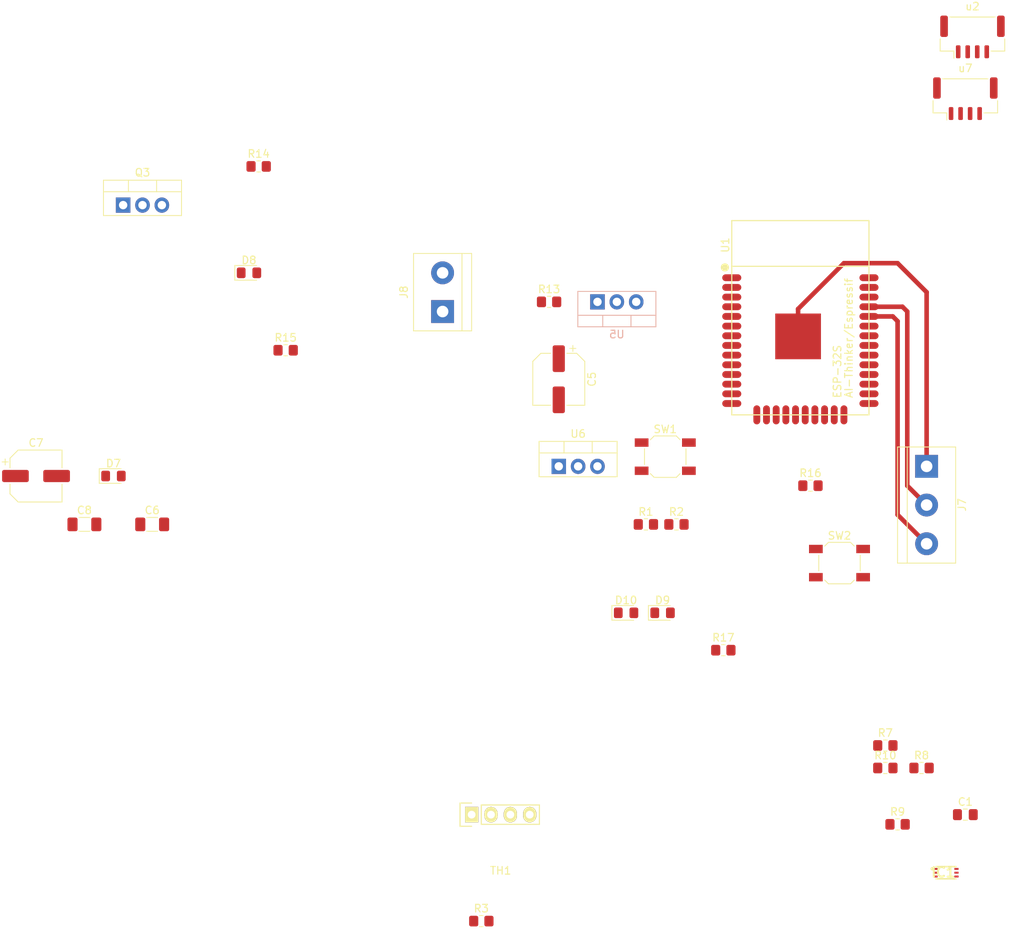
<source format=kicad_pcb>
(kicad_pcb (version 20171130) (host pcbnew "(5.1.12)-1")

  (general
    (thickness 1.6)
    (drawings 0)
    (tracks 15)
    (zones 0)
    (modules 33)
    (nets 22)
  )

  (page A4)
  (layers
    (0 F.Cu signal)
    (31 B.Cu signal)
    (32 B.Adhes user)
    (33 F.Adhes user)
    (34 B.Paste user)
    (35 F.Paste user)
    (36 B.SilkS user)
    (37 F.SilkS user)
    (38 B.Mask user)
    (39 F.Mask user)
    (40 Dwgs.User user)
    (41 Cmts.User user)
    (42 Eco1.User user)
    (43 Eco2.User user)
    (44 Edge.Cuts user)
    (45 Margin user)
    (46 B.CrtYd user)
    (47 F.CrtYd user)
    (48 B.Fab user)
    (49 F.Fab user)
  )

  (setup
    (last_trace_width 0.6)
    (user_trace_width 0.6)
    (user_trace_width 1)
    (trace_clearance 0.2)
    (zone_clearance 0.508)
    (zone_45_only no)
    (trace_min 0.2)
    (via_size 0.8)
    (via_drill 0.4)
    (via_min_size 0.4)
    (via_min_drill 0.3)
    (user_via 1 0.6)
    (uvia_size 0.3)
    (uvia_drill 0.1)
    (uvias_allowed no)
    (uvia_min_size 0.2)
    (uvia_min_drill 0.1)
    (edge_width 0.05)
    (segment_width 0.2)
    (pcb_text_width 0.3)
    (pcb_text_size 1.5 1.5)
    (mod_edge_width 0.12)
    (mod_text_size 1 1)
    (mod_text_width 0.15)
    (pad_size 1.524 1.524)
    (pad_drill 0.762)
    (pad_to_mask_clearance 0)
    (aux_axis_origin 0 0)
    (visible_elements 7FFFFFFF)
    (pcbplotparams
      (layerselection 0x010fc_ffffffff)
      (usegerberextensions false)
      (usegerberattributes true)
      (usegerberadvancedattributes true)
      (creategerberjobfile true)
      (excludeedgelayer true)
      (linewidth 0.100000)
      (plotframeref false)
      (viasonmask false)
      (mode 1)
      (useauxorigin false)
      (hpglpennumber 1)
      (hpglpenspeed 20)
      (hpglpendiameter 15.000000)
      (psnegative false)
      (psa4output false)
      (plotreference true)
      (plotvalue true)
      (plotinvisibletext false)
      (padsonsilk false)
      (subtractmaskfromsilk false)
      (outputformat 1)
      (mirror false)
      (drillshape 1)
      (scaleselection 1)
      (outputdirectory ""))
  )

  (net 0 "")
  (net 1 "Net-(R1-Pad2)")
  (net 2 +3V3)
  (net 3 "Net-(R2-Pad2)")
  (net 4 GND)
  (net 5 "Net-(D8-Pad2)")
  (net 6 "Net-(C1-Pad1)")
  (net 7 /BH1750/ADDR)
  (net 8 +5V)
  (net 9 "Net-(J7-Pad3)")
  (net 10 "Net-(J7-Pad2)")
  (net 11 "Net-(C5-Pad1)")
  (net 12 /Sheet61A8C81E/12v)
  (net 13 "Net-(D7-Pad2)")
  (net 14 "Net-(D9-Pad2)")
  (net 15 "Net-(D10-Pad2)")
  (net 16 "Net-(D10-Pad1)")
  (net 17 IO32)
  (net 18 IO33)
  (net 19 IO2)
  (net 20 IO14)
  (net 21 IO12)

  (net_class Default "This is the default net class."
    (clearance 0.2)
    (trace_width 0.25)
    (via_dia 0.8)
    (via_drill 0.4)
    (uvia_dia 0.3)
    (uvia_drill 0.1)
    (add_net +3V3)
    (add_net +5V)
    (add_net /BH1750/ADDR)
    (add_net /Sheet61A8C81E/12v)
    (add_net GND)
    (add_net IO12)
    (add_net IO14)
    (add_net IO2)
    (add_net IO32)
    (add_net IO33)
    (add_net "Net-(C1-Pad1)")
    (add_net "Net-(C5-Pad1)")
    (add_net "Net-(D10-Pad1)")
    (add_net "Net-(D10-Pad2)")
    (add_net "Net-(D7-Pad2)")
    (add_net "Net-(D8-Pad2)")
    (add_net "Net-(D9-Pad2)")
    (add_net "Net-(J7-Pad2)")
    (add_net "Net-(J7-Pad3)")
    (add_net "Net-(R1-Pad2)")
    (add_net "Net-(R2-Pad2)")
    (add_net "Net-(U1-Pad17)")
    (add_net "Net-(U1-Pad18)")
    (add_net "Net-(U1-Pad19)")
    (add_net "Net-(U1-Pad20)")
    (add_net "Net-(U1-Pad21)")
    (add_net "Net-(U1-Pad22)")
    (add_net "Net-(U1-Pad23)")
    (add_net "Net-(U1-Pad26)")
    (add_net "Net-(U1-Pad27)")
    (add_net "Net-(U1-Pad28)")
    (add_net "Net-(U1-Pad29)")
    (add_net "Net-(U1-Pad30)")
    (add_net "Net-(U1-Pad31)")
    (add_net "Net-(U1-Pad32)")
    (add_net "Net-(U1-Pad33)")
    (add_net "Net-(U1-Pad36)")
    (add_net "Net-(U1-Pad37)")
    (add_net "Net-(U1-Pad38)")
    (add_net "Net-(u2-Pad2)")
    (add_net "Net-(u7-Pad2)")
  )

  (module TerminalBlock:TerminalBlock_bornier-3_P5.08mm (layer F.Cu) (tedit 59FF03B9) (tstamp 61BAA3B8)
    (at 241.3 102.87 270)
    (descr "simple 3-pin terminal block, pitch 5.08mm, revamped version of bornier3")
    (tags "terminal block bornier3")
    (path /61BBC590)
    (fp_text reference J7 (at 5.05 -4.65 90) (layer F.SilkS)
      (effects (font (size 1 1) (thickness 0.15)))
    )
    (fp_text value Screw_Terminal_01x03 (at 5.08 5.08 90) (layer F.Fab)
      (effects (font (size 1 1) (thickness 0.15)))
    )
    (fp_line (start -2.47 2.55) (end 12.63 2.55) (layer F.Fab) (width 0.1))
    (fp_line (start -2.47 -3.75) (end 12.63 -3.75) (layer F.Fab) (width 0.1))
    (fp_line (start 12.63 -3.75) (end 12.63 3.75) (layer F.Fab) (width 0.1))
    (fp_line (start 12.63 3.75) (end -2.47 3.75) (layer F.Fab) (width 0.1))
    (fp_line (start -2.47 3.75) (end -2.47 -3.75) (layer F.Fab) (width 0.1))
    (fp_line (start -2.54 3.81) (end -2.54 -3.81) (layer F.SilkS) (width 0.12))
    (fp_line (start 12.7 3.81) (end 12.7 -3.81) (layer F.SilkS) (width 0.12))
    (fp_line (start -2.54 2.54) (end 12.7 2.54) (layer F.SilkS) (width 0.12))
    (fp_line (start -2.54 -3.81) (end 12.7 -3.81) (layer F.SilkS) (width 0.12))
    (fp_line (start -2.54 3.81) (end 12.7 3.81) (layer F.SilkS) (width 0.12))
    (fp_line (start -2.72 -4) (end 12.88 -4) (layer F.CrtYd) (width 0.05))
    (fp_line (start -2.72 -4) (end -2.72 4) (layer F.CrtYd) (width 0.05))
    (fp_line (start 12.88 4) (end 12.88 -4) (layer F.CrtYd) (width 0.05))
    (fp_line (start 12.88 4) (end -2.72 4) (layer F.CrtYd) (width 0.05))
    (fp_text user %R (at 5.08 0 90) (layer F.Fab)
      (effects (font (size 1 1) (thickness 0.15)))
    )
    (pad 3 thru_hole circle (at 10.16 0 270) (size 3 3) (drill 1.52) (layers *.Cu *.Mask)
      (net 9 "Net-(J7-Pad3)"))
    (pad 2 thru_hole circle (at 5.08 0 270) (size 3 3) (drill 1.52) (layers *.Cu *.Mask)
      (net 10 "Net-(J7-Pad2)"))
    (pad 1 thru_hole rect (at 0 0 270) (size 3 3) (drill 1.52) (layers *.Cu *.Mask)
      (net 4 GND))
    (model ${KISYS3DMOD}/TerminalBlock.3dshapes/TerminalBlock_bornier-3_P5.08mm.wrl
      (offset (xyz 5.079999923706055 0 0))
      (scale (xyz 1 1 1))
      (rotate (xyz 0 0 0))
    )
  )

  (module Connector_JST:JST_GH_BM04B-GHS-TBT_1x04-1MP_P1.25mm_Vertical (layer F.Cu) (tedit 5B78AD87) (tstamp 61E0BA9D)
    (at 247.315001 46.505001)
    (descr "JST GH series connector, BM04B-GHS-TBT (http://www.jst-mfg.com/product/pdf/eng/eGH.pdf), generated with kicad-footprint-generator")
    (tags "connector JST GH side entry")
    (path /61E0EDBD/61E2ED63)
    (attr smd)
    (fp_text reference u2 (at 0 -4) (layer F.SilkS)
      (effects (font (size 1 1) (thickness 0.15)))
    )
    (fp_text value Conn_01x04_Male (at 0 4) (layer F.Fab)
      (effects (font (size 1 1) (thickness 0.15)))
    )
    (fp_text user %R (at 0 -1.5) (layer F.Fab)
      (effects (font (size 1 1) (thickness 0.15)))
    )
    (fp_line (start -4.125 1.75) (end 4.125 1.75) (layer F.Fab) (width 0.1))
    (fp_line (start -4.235 0.26) (end -4.235 1.86) (layer F.SilkS) (width 0.12))
    (fp_line (start -4.235 1.86) (end -2.435 1.86) (layer F.SilkS) (width 0.12))
    (fp_line (start -2.435 1.86) (end -2.435 2.8) (layer F.SilkS) (width 0.12))
    (fp_line (start 4.235 0.26) (end 4.235 1.86) (layer F.SilkS) (width 0.12))
    (fp_line (start 4.235 1.86) (end 2.435 1.86) (layer F.SilkS) (width 0.12))
    (fp_line (start -2.965 -2.61) (end 2.965 -2.61) (layer F.SilkS) (width 0.12))
    (fp_line (start -4.125 -2.5) (end 4.125 -2.5) (layer F.Fab) (width 0.1))
    (fp_line (start -4.125 1.75) (end -4.125 -2.5) (layer F.Fab) (width 0.1))
    (fp_line (start 4.125 1.75) (end 4.125 -2.5) (layer F.Fab) (width 0.1))
    (fp_line (start -2.125 -0.5) (end -2.125 0) (layer F.Fab) (width 0.1))
    (fp_line (start -2.125 0) (end -1.625 0) (layer F.Fab) (width 0.1))
    (fp_line (start -1.625 0) (end -1.625 -0.5) (layer F.Fab) (width 0.1))
    (fp_line (start -1.625 -0.5) (end -2.125 -0.5) (layer F.Fab) (width 0.1))
    (fp_line (start -0.875 -0.5) (end -0.875 0) (layer F.Fab) (width 0.1))
    (fp_line (start -0.875 0) (end -0.375 0) (layer F.Fab) (width 0.1))
    (fp_line (start -0.375 0) (end -0.375 -0.5) (layer F.Fab) (width 0.1))
    (fp_line (start -0.375 -0.5) (end -0.875 -0.5) (layer F.Fab) (width 0.1))
    (fp_line (start 0.375 -0.5) (end 0.375 0) (layer F.Fab) (width 0.1))
    (fp_line (start 0.375 0) (end 0.875 0) (layer F.Fab) (width 0.1))
    (fp_line (start 0.875 0) (end 0.875 -0.5) (layer F.Fab) (width 0.1))
    (fp_line (start 0.875 -0.5) (end 0.375 -0.5) (layer F.Fab) (width 0.1))
    (fp_line (start 1.625 -0.5) (end 1.625 0) (layer F.Fab) (width 0.1))
    (fp_line (start 1.625 0) (end 2.125 0) (layer F.Fab) (width 0.1))
    (fp_line (start 2.125 0) (end 2.125 -0.5) (layer F.Fab) (width 0.1))
    (fp_line (start 2.125 -0.5) (end 1.625 -0.5) (layer F.Fab) (width 0.1))
    (fp_line (start -4.72 -3.3) (end -4.72 3.3) (layer F.CrtYd) (width 0.05))
    (fp_line (start -4.72 3.3) (end 4.72 3.3) (layer F.CrtYd) (width 0.05))
    (fp_line (start 4.72 3.3) (end 4.72 -3.3) (layer F.CrtYd) (width 0.05))
    (fp_line (start 4.72 -3.3) (end -4.72 -3.3) (layer F.CrtYd) (width 0.05))
    (fp_line (start -2.375 1.75) (end -1.875 1.042893) (layer F.Fab) (width 0.1))
    (fp_line (start -1.875 1.042893) (end -1.375 1.75) (layer F.Fab) (width 0.1))
    (pad MP smd roundrect (at 3.725 -1.4) (size 1 2.8) (layers F.Cu F.Paste F.Mask) (roundrect_rratio 0.25))
    (pad MP smd roundrect (at -3.725 -1.4) (size 1 2.8) (layers F.Cu F.Paste F.Mask) (roundrect_rratio 0.25))
    (pad 4 smd roundrect (at 1.875 1.95) (size 0.6 1.7) (layers F.Cu F.Paste F.Mask) (roundrect_rratio 0.25)
      (net 8 +5V))
    (pad 3 smd roundrect (at 0.625 1.95) (size 0.6 1.7) (layers F.Cu F.Paste F.Mask) (roundrect_rratio 0.25)
      (net 21 IO12))
    (pad 2 smd roundrect (at -0.625 1.95) (size 0.6 1.7) (layers F.Cu F.Paste F.Mask) (roundrect_rratio 0.25))
    (pad 1 smd roundrect (at -1.875 1.95) (size 0.6 1.7) (layers F.Cu F.Paste F.Mask) (roundrect_rratio 0.25)
      (net 4 GND))
    (model ${KISYS3DMOD}/Connector_JST.3dshapes/JST_GH_BM04B-GHS-TBT_1x04-1MP_P1.25mm_Vertical.wrl
      (at (xyz 0 0 0))
      (scale (xyz 1 1 1))
      (rotate (xyz 0 0 0))
    )
  )

  (module Connector_JST:JST_GH_BM04B-GHS-TBT_1x04-1MP_P1.25mm_Vertical (layer F.Cu) (tedit 5B78AD87) (tstamp 61E0AF15)
    (at 246.38 54.61)
    (descr "JST GH series connector, BM04B-GHS-TBT (http://www.jst-mfg.com/product/pdf/eng/eGH.pdf), generated with kicad-footprint-generator")
    (tags "connector JST GH side entry")
    (path /61A90AD5/61E262EF)
    (attr smd)
    (fp_text reference u7 (at 0 -4) (layer F.SilkS)
      (effects (font (size 1 1) (thickness 0.15)))
    )
    (fp_text value Conn_01x04_Male (at 0 4) (layer F.Fab)
      (effects (font (size 1 1) (thickness 0.15)))
    )
    (fp_text user %R (at 0 -1.5) (layer F.Fab)
      (effects (font (size 1 1) (thickness 0.15)))
    )
    (fp_line (start -4.125 1.75) (end 4.125 1.75) (layer F.Fab) (width 0.1))
    (fp_line (start -4.235 0.26) (end -4.235 1.86) (layer F.SilkS) (width 0.12))
    (fp_line (start -4.235 1.86) (end -2.435 1.86) (layer F.SilkS) (width 0.12))
    (fp_line (start -2.435 1.86) (end -2.435 2.8) (layer F.SilkS) (width 0.12))
    (fp_line (start 4.235 0.26) (end 4.235 1.86) (layer F.SilkS) (width 0.12))
    (fp_line (start 4.235 1.86) (end 2.435 1.86) (layer F.SilkS) (width 0.12))
    (fp_line (start -2.965 -2.61) (end 2.965 -2.61) (layer F.SilkS) (width 0.12))
    (fp_line (start -4.125 -2.5) (end 4.125 -2.5) (layer F.Fab) (width 0.1))
    (fp_line (start -4.125 1.75) (end -4.125 -2.5) (layer F.Fab) (width 0.1))
    (fp_line (start 4.125 1.75) (end 4.125 -2.5) (layer F.Fab) (width 0.1))
    (fp_line (start -2.125 -0.5) (end -2.125 0) (layer F.Fab) (width 0.1))
    (fp_line (start -2.125 0) (end -1.625 0) (layer F.Fab) (width 0.1))
    (fp_line (start -1.625 0) (end -1.625 -0.5) (layer F.Fab) (width 0.1))
    (fp_line (start -1.625 -0.5) (end -2.125 -0.5) (layer F.Fab) (width 0.1))
    (fp_line (start -0.875 -0.5) (end -0.875 0) (layer F.Fab) (width 0.1))
    (fp_line (start -0.875 0) (end -0.375 0) (layer F.Fab) (width 0.1))
    (fp_line (start -0.375 0) (end -0.375 -0.5) (layer F.Fab) (width 0.1))
    (fp_line (start -0.375 -0.5) (end -0.875 -0.5) (layer F.Fab) (width 0.1))
    (fp_line (start 0.375 -0.5) (end 0.375 0) (layer F.Fab) (width 0.1))
    (fp_line (start 0.375 0) (end 0.875 0) (layer F.Fab) (width 0.1))
    (fp_line (start 0.875 0) (end 0.875 -0.5) (layer F.Fab) (width 0.1))
    (fp_line (start 0.875 -0.5) (end 0.375 -0.5) (layer F.Fab) (width 0.1))
    (fp_line (start 1.625 -0.5) (end 1.625 0) (layer F.Fab) (width 0.1))
    (fp_line (start 1.625 0) (end 2.125 0) (layer F.Fab) (width 0.1))
    (fp_line (start 2.125 0) (end 2.125 -0.5) (layer F.Fab) (width 0.1))
    (fp_line (start 2.125 -0.5) (end 1.625 -0.5) (layer F.Fab) (width 0.1))
    (fp_line (start -4.72 -3.3) (end -4.72 3.3) (layer F.CrtYd) (width 0.05))
    (fp_line (start -4.72 3.3) (end 4.72 3.3) (layer F.CrtYd) (width 0.05))
    (fp_line (start 4.72 3.3) (end 4.72 -3.3) (layer F.CrtYd) (width 0.05))
    (fp_line (start 4.72 -3.3) (end -4.72 -3.3) (layer F.CrtYd) (width 0.05))
    (fp_line (start -2.375 1.75) (end -1.875 1.042893) (layer F.Fab) (width 0.1))
    (fp_line (start -1.875 1.042893) (end -1.375 1.75) (layer F.Fab) (width 0.1))
    (pad MP smd roundrect (at 3.725 -1.4) (size 1 2.8) (layers F.Cu F.Paste F.Mask) (roundrect_rratio 0.25))
    (pad MP smd roundrect (at -3.725 -1.4) (size 1 2.8) (layers F.Cu F.Paste F.Mask) (roundrect_rratio 0.25))
    (pad 4 smd roundrect (at 1.875 1.95) (size 0.6 1.7) (layers F.Cu F.Paste F.Mask) (roundrect_rratio 0.25)
      (net 8 +5V))
    (pad 3 smd roundrect (at 0.625 1.95) (size 0.6 1.7) (layers F.Cu F.Paste F.Mask) (roundrect_rratio 0.25)
      (net 20 IO14))
    (pad 2 smd roundrect (at -0.625 1.95) (size 0.6 1.7) (layers F.Cu F.Paste F.Mask) (roundrect_rratio 0.25))
    (pad 1 smd roundrect (at -1.875 1.95) (size 0.6 1.7) (layers F.Cu F.Paste F.Mask) (roundrect_rratio 0.25)
      (net 4 GND))
    (model ${KISYS3DMOD}/Connector_JST.3dshapes/JST_GH_BM04B-GHS-TBT_1x04-1MP_P1.25mm_Vertical.wrl
      (at (xyz 0 0 0))
      (scale (xyz 1 1 1))
      (rotate (xyz 0 0 0))
    )
  )

  (module TerminalBlock:TerminalBlock_bornier-2_P5.08mm (layer F.Cu) (tedit 59FF03AB) (tstamp 61BEDFBD)
    (at 177.8 82.55 90)
    (descr "simple 2-pin terminal block, pitch 5.08mm, revamped version of bornier2")
    (tags "terminal block bornier2")
    (path /61A8C81F/61BB9845)
    (fp_text reference J8 (at 2.54 -5.08 90) (layer F.SilkS)
      (effects (font (size 1 1) (thickness 0.15)))
    )
    (fp_text value Screw_Terminal_01x02 (at 2.54 5.08 90) (layer F.Fab)
      (effects (font (size 1 1) (thickness 0.15)))
    )
    (fp_line (start 7.79 4) (end -2.71 4) (layer F.CrtYd) (width 0.05))
    (fp_line (start 7.79 4) (end 7.79 -4) (layer F.CrtYd) (width 0.05))
    (fp_line (start -2.71 -4) (end -2.71 4) (layer F.CrtYd) (width 0.05))
    (fp_line (start -2.71 -4) (end 7.79 -4) (layer F.CrtYd) (width 0.05))
    (fp_line (start -2.54 3.81) (end 7.62 3.81) (layer F.SilkS) (width 0.12))
    (fp_line (start -2.54 -3.81) (end -2.54 3.81) (layer F.SilkS) (width 0.12))
    (fp_line (start 7.62 -3.81) (end -2.54 -3.81) (layer F.SilkS) (width 0.12))
    (fp_line (start 7.62 3.81) (end 7.62 -3.81) (layer F.SilkS) (width 0.12))
    (fp_line (start 7.62 2.54) (end -2.54 2.54) (layer F.SilkS) (width 0.12))
    (fp_line (start 7.54 -3.75) (end -2.46 -3.75) (layer F.Fab) (width 0.1))
    (fp_line (start 7.54 3.75) (end 7.54 -3.75) (layer F.Fab) (width 0.1))
    (fp_line (start -2.46 3.75) (end 7.54 3.75) (layer F.Fab) (width 0.1))
    (fp_line (start -2.46 -3.75) (end -2.46 3.75) (layer F.Fab) (width 0.1))
    (fp_line (start -2.41 2.55) (end 7.49 2.55) (layer F.Fab) (width 0.1))
    (fp_text user %R (at 2.54 0 90) (layer F.Fab)
      (effects (font (size 1 1) (thickness 0.15)))
    )
    (pad 2 thru_hole circle (at 5.08 0 90) (size 3 3) (drill 1.52) (layers *.Cu *.Mask)
      (net 4 GND))
    (pad 1 thru_hole rect (at 0 0 90) (size 3 3) (drill 1.52) (layers *.Cu *.Mask)
      (net 12 /Sheet61A8C81E/12v))
    (model ${KISYS3DMOD}/TerminalBlock.3dshapes/TerminalBlock_bornier-2_P5.08mm.wrl
      (offset (xyz 2.539999961853027 0 0))
      (scale (xyz 1 1 1))
      (rotate (xyz 0 0 0))
    )
  )

  (module LED_SMD:LED_0805_2012Metric_Pad1.15x1.40mm_HandSolder (layer F.Cu) (tedit 5F68FEF1) (tstamp 61BEDE40)
    (at 201.870001 122.100001)
    (descr "LED SMD 0805 (2012 Metric), square (rectangular) end terminal, IPC_7351 nominal, (Body size source: https://docs.google.com/spreadsheets/d/1BsfQQcO9C6DZCsRaXUlFlo91Tg2WpOkGARC1WS5S8t0/edit?usp=sharing), generated with kicad-footprint-generator")
    (tags "LED handsolder")
    (path /61BB5D8E)
    (attr smd)
    (fp_text reference D10 (at 0 -1.65) (layer F.SilkS)
      (effects (font (size 1 1) (thickness 0.15)))
    )
    (fp_text value LED (at 0 1.65) (layer F.Fab)
      (effects (font (size 1 1) (thickness 0.15)))
    )
    (fp_line (start 1.85 0.95) (end -1.85 0.95) (layer F.CrtYd) (width 0.05))
    (fp_line (start 1.85 -0.95) (end 1.85 0.95) (layer F.CrtYd) (width 0.05))
    (fp_line (start -1.85 -0.95) (end 1.85 -0.95) (layer F.CrtYd) (width 0.05))
    (fp_line (start -1.85 0.95) (end -1.85 -0.95) (layer F.CrtYd) (width 0.05))
    (fp_line (start -1.86 0.96) (end 1 0.96) (layer F.SilkS) (width 0.12))
    (fp_line (start -1.86 -0.96) (end -1.86 0.96) (layer F.SilkS) (width 0.12))
    (fp_line (start 1 -0.96) (end -1.86 -0.96) (layer F.SilkS) (width 0.12))
    (fp_line (start 1 0.6) (end 1 -0.6) (layer F.Fab) (width 0.1))
    (fp_line (start -1 0.6) (end 1 0.6) (layer F.Fab) (width 0.1))
    (fp_line (start -1 -0.3) (end -1 0.6) (layer F.Fab) (width 0.1))
    (fp_line (start -0.7 -0.6) (end -1 -0.3) (layer F.Fab) (width 0.1))
    (fp_line (start 1 -0.6) (end -0.7 -0.6) (layer F.Fab) (width 0.1))
    (fp_text user %R (at 0 0) (layer F.Fab)
      (effects (font (size 0.5 0.5) (thickness 0.08)))
    )
    (pad 2 smd roundrect (at 1.025 0) (size 1.15 1.4) (layers F.Cu F.Paste F.Mask) (roundrect_rratio 0.217391)
      (net 15 "Net-(D10-Pad2)"))
    (pad 1 smd roundrect (at -1.025 0) (size 1.15 1.4) (layers F.Cu F.Paste F.Mask) (roundrect_rratio 0.217391)
      (net 16 "Net-(D10-Pad1)"))
    (model ${KISYS3DMOD}/LED_SMD.3dshapes/LED_0805_2012Metric.wrl
      (at (xyz 0 0 0))
      (scale (xyz 1 1 1))
      (rotate (xyz 0 0 0))
    )
  )

  (module LED_SMD:LED_0805_2012Metric_Pad1.15x1.40mm_HandSolder (layer F.Cu) (tedit 5F68FEF1) (tstamp 61BEDE2D)
    (at 206.660001 122.100001)
    (descr "LED SMD 0805 (2012 Metric), square (rectangular) end terminal, IPC_7351 nominal, (Body size source: https://docs.google.com/spreadsheets/d/1BsfQQcO9C6DZCsRaXUlFlo91Tg2WpOkGARC1WS5S8t0/edit?usp=sharing), generated with kicad-footprint-generator")
    (tags "LED handsolder")
    (path /61BC9643)
    (attr smd)
    (fp_text reference D9 (at 0 -1.65) (layer F.SilkS)
      (effects (font (size 1 1) (thickness 0.15)))
    )
    (fp_text value LED (at 0 1.65) (layer F.Fab)
      (effects (font (size 1 1) (thickness 0.15)))
    )
    (fp_line (start 1.85 0.95) (end -1.85 0.95) (layer F.CrtYd) (width 0.05))
    (fp_line (start 1.85 -0.95) (end 1.85 0.95) (layer F.CrtYd) (width 0.05))
    (fp_line (start -1.85 -0.95) (end 1.85 -0.95) (layer F.CrtYd) (width 0.05))
    (fp_line (start -1.85 0.95) (end -1.85 -0.95) (layer F.CrtYd) (width 0.05))
    (fp_line (start -1.86 0.96) (end 1 0.96) (layer F.SilkS) (width 0.12))
    (fp_line (start -1.86 -0.96) (end -1.86 0.96) (layer F.SilkS) (width 0.12))
    (fp_line (start 1 -0.96) (end -1.86 -0.96) (layer F.SilkS) (width 0.12))
    (fp_line (start 1 0.6) (end 1 -0.6) (layer F.Fab) (width 0.1))
    (fp_line (start -1 0.6) (end 1 0.6) (layer F.Fab) (width 0.1))
    (fp_line (start -1 -0.3) (end -1 0.6) (layer F.Fab) (width 0.1))
    (fp_line (start -0.7 -0.6) (end -1 -0.3) (layer F.Fab) (width 0.1))
    (fp_line (start 1 -0.6) (end -0.7 -0.6) (layer F.Fab) (width 0.1))
    (fp_text user %R (at 0 0) (layer F.Fab)
      (effects (font (size 0.5 0.5) (thickness 0.08)))
    )
    (pad 2 smd roundrect (at 1.025 0) (size 1.15 1.4) (layers F.Cu F.Paste F.Mask) (roundrect_rratio 0.217391)
      (net 14 "Net-(D9-Pad2)"))
    (pad 1 smd roundrect (at -1.025 0) (size 1.15 1.4) (layers F.Cu F.Paste F.Mask) (roundrect_rratio 0.217391)
      (net 2 +3V3))
    (model ${KISYS3DMOD}/LED_SMD.3dshapes/LED_0805_2012Metric.wrl
      (at (xyz 0 0 0))
      (scale (xyz 1 1 1))
      (rotate (xyz 0 0 0))
    )
  )

  (module LED_SMD:LED_0805_2012Metric_Pad1.15x1.40mm_HandSolder (layer F.Cu) (tedit 5F68FEF1) (tstamp 61BEDDF6)
    (at 134.62 104.14)
    (descr "LED SMD 0805 (2012 Metric), square (rectangular) end terminal, IPC_7351 nominal, (Body size source: https://docs.google.com/spreadsheets/d/1BsfQQcO9C6DZCsRaXUlFlo91Tg2WpOkGARC1WS5S8t0/edit?usp=sharing), generated with kicad-footprint-generator")
    (tags "LED handsolder")
    (path /61A8C81F/61A6F4A6)
    (attr smd)
    (fp_text reference D7 (at 0 -1.65) (layer F.SilkS)
      (effects (font (size 1 1) (thickness 0.15)))
    )
    (fp_text value LED (at 0 1.65) (layer F.Fab)
      (effects (font (size 1 1) (thickness 0.15)))
    )
    (fp_line (start 1.85 0.95) (end -1.85 0.95) (layer F.CrtYd) (width 0.05))
    (fp_line (start 1.85 -0.95) (end 1.85 0.95) (layer F.CrtYd) (width 0.05))
    (fp_line (start -1.85 -0.95) (end 1.85 -0.95) (layer F.CrtYd) (width 0.05))
    (fp_line (start -1.85 0.95) (end -1.85 -0.95) (layer F.CrtYd) (width 0.05))
    (fp_line (start -1.86 0.96) (end 1 0.96) (layer F.SilkS) (width 0.12))
    (fp_line (start -1.86 -0.96) (end -1.86 0.96) (layer F.SilkS) (width 0.12))
    (fp_line (start 1 -0.96) (end -1.86 -0.96) (layer F.SilkS) (width 0.12))
    (fp_line (start 1 0.6) (end 1 -0.6) (layer F.Fab) (width 0.1))
    (fp_line (start -1 0.6) (end 1 0.6) (layer F.Fab) (width 0.1))
    (fp_line (start -1 -0.3) (end -1 0.6) (layer F.Fab) (width 0.1))
    (fp_line (start -0.7 -0.6) (end -1 -0.3) (layer F.Fab) (width 0.1))
    (fp_line (start 1 -0.6) (end -0.7 -0.6) (layer F.Fab) (width 0.1))
    (fp_text user %R (at 0 0) (layer F.Fab)
      (effects (font (size 0.5 0.5) (thickness 0.08)))
    )
    (pad 2 smd roundrect (at 1.025 0) (size 1.15 1.4) (layers F.Cu F.Paste F.Mask) (roundrect_rratio 0.217391)
      (net 13 "Net-(D7-Pad2)"))
    (pad 1 smd roundrect (at -1.025 0) (size 1.15 1.4) (layers F.Cu F.Paste F.Mask) (roundrect_rratio 0.217391)
      (net 4 GND))
    (model ${KISYS3DMOD}/LED_SMD.3dshapes/LED_0805_2012Metric.wrl
      (at (xyz 0 0 0))
      (scale (xyz 1 1 1))
      (rotate (xyz 0 0 0))
    )
  )

  (module Capacitor_SMD:C_1206_3216Metric_Pad1.33x1.80mm_HandSolder (layer F.Cu) (tedit 5F68FEEF) (tstamp 61BEDD0C)
    (at 130.81 110.49)
    (descr "Capacitor SMD 1206 (3216 Metric), square (rectangular) end terminal, IPC_7351 nominal with elongated pad for handsoldering. (Body size source: IPC-SM-782 page 76, https://www.pcb-3d.com/wordpress/wp-content/uploads/ipc-sm-782a_amendment_1_and_2.pdf), generated with kicad-footprint-generator")
    (tags "capacitor handsolder")
    (path /61A8C81F/61A87590)
    (attr smd)
    (fp_text reference C8 (at 0 -1.85) (layer F.SilkS)
      (effects (font (size 1 1) (thickness 0.15)))
    )
    (fp_text value 10u (at 0 1.85) (layer F.Fab)
      (effects (font (size 1 1) (thickness 0.15)))
    )
    (fp_line (start 2.48 1.15) (end -2.48 1.15) (layer F.CrtYd) (width 0.05))
    (fp_line (start 2.48 -1.15) (end 2.48 1.15) (layer F.CrtYd) (width 0.05))
    (fp_line (start -2.48 -1.15) (end 2.48 -1.15) (layer F.CrtYd) (width 0.05))
    (fp_line (start -2.48 1.15) (end -2.48 -1.15) (layer F.CrtYd) (width 0.05))
    (fp_line (start -0.711252 0.91) (end 0.711252 0.91) (layer F.SilkS) (width 0.12))
    (fp_line (start -0.711252 -0.91) (end 0.711252 -0.91) (layer F.SilkS) (width 0.12))
    (fp_line (start 1.6 0.8) (end -1.6 0.8) (layer F.Fab) (width 0.1))
    (fp_line (start 1.6 -0.8) (end 1.6 0.8) (layer F.Fab) (width 0.1))
    (fp_line (start -1.6 -0.8) (end 1.6 -0.8) (layer F.Fab) (width 0.1))
    (fp_line (start -1.6 0.8) (end -1.6 -0.8) (layer F.Fab) (width 0.1))
    (fp_text user %R (at 0 0) (layer F.Fab)
      (effects (font (size 0.8 0.8) (thickness 0.12)))
    )
    (pad 2 smd roundrect (at 1.5625 0) (size 1.325 1.8) (layers F.Cu F.Paste F.Mask) (roundrect_rratio 0.188679)
      (net 4 GND))
    (pad 1 smd roundrect (at -1.5625 0) (size 1.325 1.8) (layers F.Cu F.Paste F.Mask) (roundrect_rratio 0.188679)
      (net 2 +3V3))
    (model ${KISYS3DMOD}/Capacitor_SMD.3dshapes/C_1206_3216Metric.wrl
      (at (xyz 0 0 0))
      (scale (xyz 1 1 1))
      (rotate (xyz 0 0 0))
    )
  )

  (module Capacitor_SMD:CP_Elec_6.3x5.8 (layer F.Cu) (tedit 5BCA39D0) (tstamp 61BEDCFB)
    (at 124.46 104.14)
    (descr "SMD capacitor, aluminum electrolytic, Nichicon, 6.3x5.8mm")
    (tags "capacitor electrolytic")
    (path /61A8C81F/61A6675D)
    (attr smd)
    (fp_text reference C7 (at 0 -4.35) (layer F.SilkS)
      (effects (font (size 1 1) (thickness 0.15)))
    )
    (fp_text value 100u (at 0 4.35) (layer F.Fab)
      (effects (font (size 1 1) (thickness 0.15)))
    )
    (fp_line (start -4.7 1.05) (end -3.55 1.05) (layer F.CrtYd) (width 0.05))
    (fp_line (start -4.7 -1.05) (end -4.7 1.05) (layer F.CrtYd) (width 0.05))
    (fp_line (start -3.55 -1.05) (end -4.7 -1.05) (layer F.CrtYd) (width 0.05))
    (fp_line (start -3.55 1.05) (end -3.55 2.4) (layer F.CrtYd) (width 0.05))
    (fp_line (start -3.55 -2.4) (end -3.55 -1.05) (layer F.CrtYd) (width 0.05))
    (fp_line (start -3.55 -2.4) (end -2.4 -3.55) (layer F.CrtYd) (width 0.05))
    (fp_line (start -3.55 2.4) (end -2.4 3.55) (layer F.CrtYd) (width 0.05))
    (fp_line (start -2.4 -3.55) (end 3.55 -3.55) (layer F.CrtYd) (width 0.05))
    (fp_line (start -2.4 3.55) (end 3.55 3.55) (layer F.CrtYd) (width 0.05))
    (fp_line (start 3.55 1.05) (end 3.55 3.55) (layer F.CrtYd) (width 0.05))
    (fp_line (start 4.7 1.05) (end 3.55 1.05) (layer F.CrtYd) (width 0.05))
    (fp_line (start 4.7 -1.05) (end 4.7 1.05) (layer F.CrtYd) (width 0.05))
    (fp_line (start 3.55 -1.05) (end 4.7 -1.05) (layer F.CrtYd) (width 0.05))
    (fp_line (start 3.55 -3.55) (end 3.55 -1.05) (layer F.CrtYd) (width 0.05))
    (fp_line (start -4.04375 -2.24125) (end -4.04375 -1.45375) (layer F.SilkS) (width 0.12))
    (fp_line (start -4.4375 -1.8475) (end -3.65 -1.8475) (layer F.SilkS) (width 0.12))
    (fp_line (start -3.41 2.345563) (end -2.345563 3.41) (layer F.SilkS) (width 0.12))
    (fp_line (start -3.41 -2.345563) (end -2.345563 -3.41) (layer F.SilkS) (width 0.12))
    (fp_line (start -3.41 -2.345563) (end -3.41 -1.06) (layer F.SilkS) (width 0.12))
    (fp_line (start -3.41 2.345563) (end -3.41 1.06) (layer F.SilkS) (width 0.12))
    (fp_line (start -2.345563 3.41) (end 3.41 3.41) (layer F.SilkS) (width 0.12))
    (fp_line (start -2.345563 -3.41) (end 3.41 -3.41) (layer F.SilkS) (width 0.12))
    (fp_line (start 3.41 -3.41) (end 3.41 -1.06) (layer F.SilkS) (width 0.12))
    (fp_line (start 3.41 3.41) (end 3.41 1.06) (layer F.SilkS) (width 0.12))
    (fp_line (start -2.389838 -1.645) (end -2.389838 -1.015) (layer F.Fab) (width 0.1))
    (fp_line (start -2.704838 -1.33) (end -2.074838 -1.33) (layer F.Fab) (width 0.1))
    (fp_line (start -3.3 2.3) (end -2.3 3.3) (layer F.Fab) (width 0.1))
    (fp_line (start -3.3 -2.3) (end -2.3 -3.3) (layer F.Fab) (width 0.1))
    (fp_line (start -3.3 -2.3) (end -3.3 2.3) (layer F.Fab) (width 0.1))
    (fp_line (start -2.3 3.3) (end 3.3 3.3) (layer F.Fab) (width 0.1))
    (fp_line (start -2.3 -3.3) (end 3.3 -3.3) (layer F.Fab) (width 0.1))
    (fp_line (start 3.3 -3.3) (end 3.3 3.3) (layer F.Fab) (width 0.1))
    (fp_circle (center 0 0) (end 3.15 0) (layer F.Fab) (width 0.1))
    (fp_text user %R (at 0 0) (layer F.Fab)
      (effects (font (size 1 1) (thickness 0.15)))
    )
    (pad 2 smd roundrect (at 2.7 0) (size 3.5 1.6) (layers F.Cu F.Paste F.Mask) (roundrect_rratio 0.15625)
      (net 4 GND))
    (pad 1 smd roundrect (at -2.7 0) (size 3.5 1.6) (layers F.Cu F.Paste F.Mask) (roundrect_rratio 0.15625)
      (net 8 +5V))
    (model ${KISYS3DMOD}/Capacitor_SMD.3dshapes/CP_Elec_6.3x5.8.wrl
      (at (xyz 0 0 0))
      (scale (xyz 1 1 1))
      (rotate (xyz 0 0 0))
    )
  )

  (module Capacitor_SMD:C_1206_3216Metric_Pad1.33x1.80mm_HandSolder (layer F.Cu) (tedit 5F68FEEF) (tstamp 61BEDCD3)
    (at 139.7 110.49)
    (descr "Capacitor SMD 1206 (3216 Metric), square (rectangular) end terminal, IPC_7351 nominal with elongated pad for handsoldering. (Body size source: IPC-SM-782 page 76, https://www.pcb-3d.com/wordpress/wp-content/uploads/ipc-sm-782a_amendment_1_and_2.pdf), generated with kicad-footprint-generator")
    (tags "capacitor handsolder")
    (path /61A8C81F/61A8758A)
    (attr smd)
    (fp_text reference C6 (at 0 -1.85) (layer F.SilkS)
      (effects (font (size 1 1) (thickness 0.15)))
    )
    (fp_text value 10u (at 0 1.85) (layer F.Fab)
      (effects (font (size 1 1) (thickness 0.15)))
    )
    (fp_line (start 2.48 1.15) (end -2.48 1.15) (layer F.CrtYd) (width 0.05))
    (fp_line (start 2.48 -1.15) (end 2.48 1.15) (layer F.CrtYd) (width 0.05))
    (fp_line (start -2.48 -1.15) (end 2.48 -1.15) (layer F.CrtYd) (width 0.05))
    (fp_line (start -2.48 1.15) (end -2.48 -1.15) (layer F.CrtYd) (width 0.05))
    (fp_line (start -0.711252 0.91) (end 0.711252 0.91) (layer F.SilkS) (width 0.12))
    (fp_line (start -0.711252 -0.91) (end 0.711252 -0.91) (layer F.SilkS) (width 0.12))
    (fp_line (start 1.6 0.8) (end -1.6 0.8) (layer F.Fab) (width 0.1))
    (fp_line (start 1.6 -0.8) (end 1.6 0.8) (layer F.Fab) (width 0.1))
    (fp_line (start -1.6 -0.8) (end 1.6 -0.8) (layer F.Fab) (width 0.1))
    (fp_line (start -1.6 0.8) (end -1.6 -0.8) (layer F.Fab) (width 0.1))
    (fp_text user %R (at 0 0) (layer F.Fab)
      (effects (font (size 0.8 0.8) (thickness 0.12)))
    )
    (pad 2 smd roundrect (at 1.5625 0) (size 1.325 1.8) (layers F.Cu F.Paste F.Mask) (roundrect_rratio 0.188679)
      (net 4 GND))
    (pad 1 smd roundrect (at -1.5625 0) (size 1.325 1.8) (layers F.Cu F.Paste F.Mask) (roundrect_rratio 0.188679)
      (net 12 /Sheet61A8C81E/12v))
    (model ${KISYS3DMOD}/Capacitor_SMD.3dshapes/C_1206_3216Metric.wrl
      (at (xyz 0 0 0))
      (scale (xyz 1 1 1))
      (rotate (xyz 0 0 0))
    )
  )

  (module Capacitor_SMD:CP_Elec_6.3x5.8 (layer F.Cu) (tedit 5BCA39D0) (tstamp 61BEDCC2)
    (at 193.04 91.44 270)
    (descr "SMD capacitor, aluminum electrolytic, Nichicon, 6.3x5.8mm")
    (tags "capacitor electrolytic")
    (path /61A8C81F/61A64F42)
    (attr smd)
    (fp_text reference C5 (at 0 -4.35 90) (layer F.SilkS)
      (effects (font (size 1 1) (thickness 0.15)))
    )
    (fp_text value 100u (at 0 4.35 90) (layer F.Fab)
      (effects (font (size 1 1) (thickness 0.15)))
    )
    (fp_line (start -4.7 1.05) (end -3.55 1.05) (layer F.CrtYd) (width 0.05))
    (fp_line (start -4.7 -1.05) (end -4.7 1.05) (layer F.CrtYd) (width 0.05))
    (fp_line (start -3.55 -1.05) (end -4.7 -1.05) (layer F.CrtYd) (width 0.05))
    (fp_line (start -3.55 1.05) (end -3.55 2.4) (layer F.CrtYd) (width 0.05))
    (fp_line (start -3.55 -2.4) (end -3.55 -1.05) (layer F.CrtYd) (width 0.05))
    (fp_line (start -3.55 -2.4) (end -2.4 -3.55) (layer F.CrtYd) (width 0.05))
    (fp_line (start -3.55 2.4) (end -2.4 3.55) (layer F.CrtYd) (width 0.05))
    (fp_line (start -2.4 -3.55) (end 3.55 -3.55) (layer F.CrtYd) (width 0.05))
    (fp_line (start -2.4 3.55) (end 3.55 3.55) (layer F.CrtYd) (width 0.05))
    (fp_line (start 3.55 1.05) (end 3.55 3.55) (layer F.CrtYd) (width 0.05))
    (fp_line (start 4.7 1.05) (end 3.55 1.05) (layer F.CrtYd) (width 0.05))
    (fp_line (start 4.7 -1.05) (end 4.7 1.05) (layer F.CrtYd) (width 0.05))
    (fp_line (start 3.55 -1.05) (end 4.7 -1.05) (layer F.CrtYd) (width 0.05))
    (fp_line (start 3.55 -3.55) (end 3.55 -1.05) (layer F.CrtYd) (width 0.05))
    (fp_line (start -4.04375 -2.24125) (end -4.04375 -1.45375) (layer F.SilkS) (width 0.12))
    (fp_line (start -4.4375 -1.8475) (end -3.65 -1.8475) (layer F.SilkS) (width 0.12))
    (fp_line (start -3.41 2.345563) (end -2.345563 3.41) (layer F.SilkS) (width 0.12))
    (fp_line (start -3.41 -2.345563) (end -2.345563 -3.41) (layer F.SilkS) (width 0.12))
    (fp_line (start -3.41 -2.345563) (end -3.41 -1.06) (layer F.SilkS) (width 0.12))
    (fp_line (start -3.41 2.345563) (end -3.41 1.06) (layer F.SilkS) (width 0.12))
    (fp_line (start -2.345563 3.41) (end 3.41 3.41) (layer F.SilkS) (width 0.12))
    (fp_line (start -2.345563 -3.41) (end 3.41 -3.41) (layer F.SilkS) (width 0.12))
    (fp_line (start 3.41 -3.41) (end 3.41 -1.06) (layer F.SilkS) (width 0.12))
    (fp_line (start 3.41 3.41) (end 3.41 1.06) (layer F.SilkS) (width 0.12))
    (fp_line (start -2.389838 -1.645) (end -2.389838 -1.015) (layer F.Fab) (width 0.1))
    (fp_line (start -2.704838 -1.33) (end -2.074838 -1.33) (layer F.Fab) (width 0.1))
    (fp_line (start -3.3 2.3) (end -2.3 3.3) (layer F.Fab) (width 0.1))
    (fp_line (start -3.3 -2.3) (end -2.3 -3.3) (layer F.Fab) (width 0.1))
    (fp_line (start -3.3 -2.3) (end -3.3 2.3) (layer F.Fab) (width 0.1))
    (fp_line (start -2.3 3.3) (end 3.3 3.3) (layer F.Fab) (width 0.1))
    (fp_line (start -2.3 -3.3) (end 3.3 -3.3) (layer F.Fab) (width 0.1))
    (fp_line (start 3.3 -3.3) (end 3.3 3.3) (layer F.Fab) (width 0.1))
    (fp_circle (center 0 0) (end 3.15 0) (layer F.Fab) (width 0.1))
    (fp_text user %R (at 0 0 90) (layer F.Fab)
      (effects (font (size 1 1) (thickness 0.15)))
    )
    (pad 2 smd roundrect (at 2.7 0 270) (size 3.5 1.6) (layers F.Cu F.Paste F.Mask) (roundrect_rratio 0.15625)
      (net 4 GND))
    (pad 1 smd roundrect (at -2.7 0 270) (size 3.5 1.6) (layers F.Cu F.Paste F.Mask) (roundrect_rratio 0.15625)
      (net 11 "Net-(C5-Pad1)"))
    (model ${KISYS3DMOD}/Capacitor_SMD.3dshapes/CP_Elec_6.3x5.8.wrl
      (at (xyz 0 0 0))
      (scale (xyz 1 1 1))
      (rotate (xyz 0 0 0))
    )
  )

  (module Capacitor_SMD:C_0805_2012Metric_Pad1.18x1.45mm_HandSolder (layer F.Cu) (tedit 5F68FEEF) (tstamp 61BEDC9A)
    (at 246.38 148.59)
    (descr "Capacitor SMD 0805 (2012 Metric), square (rectangular) end terminal, IPC_7351 nominal with elongated pad for handsoldering. (Body size source: IPC-SM-782 page 76, https://www.pcb-3d.com/wordpress/wp-content/uploads/ipc-sm-782a_amendment_1_and_2.pdf, https://docs.google.com/spreadsheets/d/1BsfQQcO9C6DZCsRaXUlFlo91Tg2WpOkGARC1WS5S8t0/edit?usp=sharing), generated with kicad-footprint-generator")
    (tags "capacitor handsolder")
    (path /61A843AA/61A8B370)
    (attr smd)
    (fp_text reference C1 (at 0 -1.68) (layer F.SilkS)
      (effects (font (size 1 1) (thickness 0.15)))
    )
    (fp_text value 0.1uF (at 0 1.68) (layer F.Fab)
      (effects (font (size 1 1) (thickness 0.15)))
    )
    (fp_line (start 1.88 0.98) (end -1.88 0.98) (layer F.CrtYd) (width 0.05))
    (fp_line (start 1.88 -0.98) (end 1.88 0.98) (layer F.CrtYd) (width 0.05))
    (fp_line (start -1.88 -0.98) (end 1.88 -0.98) (layer F.CrtYd) (width 0.05))
    (fp_line (start -1.88 0.98) (end -1.88 -0.98) (layer F.CrtYd) (width 0.05))
    (fp_line (start -0.261252 0.735) (end 0.261252 0.735) (layer F.SilkS) (width 0.12))
    (fp_line (start -0.261252 -0.735) (end 0.261252 -0.735) (layer F.SilkS) (width 0.12))
    (fp_line (start 1 0.625) (end -1 0.625) (layer F.Fab) (width 0.1))
    (fp_line (start 1 -0.625) (end 1 0.625) (layer F.Fab) (width 0.1))
    (fp_line (start -1 -0.625) (end 1 -0.625) (layer F.Fab) (width 0.1))
    (fp_line (start -1 0.625) (end -1 -0.625) (layer F.Fab) (width 0.1))
    (fp_text user %R (at 0 0) (layer F.Fab)
      (effects (font (size 0.5 0.5) (thickness 0.08)))
    )
    (pad 2 smd roundrect (at 1.0375 0) (size 1.175 1.45) (layers F.Cu F.Paste F.Mask) (roundrect_rratio 0.212766)
      (net 4 GND))
    (pad 1 smd roundrect (at -1.0375 0) (size 1.175 1.45) (layers F.Cu F.Paste F.Mask) (roundrect_rratio 0.212766)
      (net 6 "Net-(C1-Pad1)"))
    (model ${KISYS3DMOD}/Capacitor_SMD.3dshapes/C_0805_2012Metric.wrl
      (at (xyz 0 0 0))
      (scale (xyz 1 1 1))
      (rotate (xyz 0 0 0))
    )
  )

  (module Package_TO_SOT_THT:TO-220-3_Vertical (layer F.Cu) (tedit 5AC8BA0D) (tstamp 61BAA6C3)
    (at 193.04 102.87)
    (descr "TO-220-3, Vertical, RM 2.54mm, see https://www.vishay.com/docs/66542/to-220-1.pdf")
    (tags "TO-220-3 Vertical RM 2.54mm")
    (path /61A8C81F/61A88682)
    (fp_text reference U6 (at 2.54 -4.27) (layer F.SilkS)
      (effects (font (size 1 1) (thickness 0.15)))
    )
    (fp_text value LM1117-3.3 (at 2.54 2.5) (layer F.Fab)
      (effects (font (size 1 1) (thickness 0.15)))
    )
    (fp_line (start -2.46 -3.15) (end -2.46 1.25) (layer F.Fab) (width 0.1))
    (fp_line (start -2.46 1.25) (end 7.54 1.25) (layer F.Fab) (width 0.1))
    (fp_line (start 7.54 1.25) (end 7.54 -3.15) (layer F.Fab) (width 0.1))
    (fp_line (start 7.54 -3.15) (end -2.46 -3.15) (layer F.Fab) (width 0.1))
    (fp_line (start -2.46 -1.88) (end 7.54 -1.88) (layer F.Fab) (width 0.1))
    (fp_line (start 0.69 -3.15) (end 0.69 -1.88) (layer F.Fab) (width 0.1))
    (fp_line (start 4.39 -3.15) (end 4.39 -1.88) (layer F.Fab) (width 0.1))
    (fp_line (start -2.58 -3.27) (end 7.66 -3.27) (layer F.SilkS) (width 0.12))
    (fp_line (start -2.58 1.371) (end 7.66 1.371) (layer F.SilkS) (width 0.12))
    (fp_line (start -2.58 -3.27) (end -2.58 1.371) (layer F.SilkS) (width 0.12))
    (fp_line (start 7.66 -3.27) (end 7.66 1.371) (layer F.SilkS) (width 0.12))
    (fp_line (start -2.58 -1.76) (end 7.66 -1.76) (layer F.SilkS) (width 0.12))
    (fp_line (start 0.69 -3.27) (end 0.69 -1.76) (layer F.SilkS) (width 0.12))
    (fp_line (start 4.391 -3.27) (end 4.391 -1.76) (layer F.SilkS) (width 0.12))
    (fp_line (start -2.71 -3.4) (end -2.71 1.51) (layer F.CrtYd) (width 0.05))
    (fp_line (start -2.71 1.51) (end 7.79 1.51) (layer F.CrtYd) (width 0.05))
    (fp_line (start 7.79 1.51) (end 7.79 -3.4) (layer F.CrtYd) (width 0.05))
    (fp_line (start 7.79 -3.4) (end -2.71 -3.4) (layer F.CrtYd) (width 0.05))
    (fp_text user %R (at 2.54 -4.27) (layer F.Fab)
      (effects (font (size 1 1) (thickness 0.15)))
    )
    (pad 3 thru_hole oval (at 5.08 0) (size 1.905 2) (drill 1.1) (layers *.Cu *.Mask)
      (net 12 /Sheet61A8C81E/12v))
    (pad 2 thru_hole oval (at 2.54 0) (size 1.905 2) (drill 1.1) (layers *.Cu *.Mask)
      (net 2 +3V3))
    (pad 1 thru_hole rect (at 0 0) (size 1.905 2) (drill 1.1) (layers *.Cu *.Mask)
      (net 4 GND))
    (model ${KISYS3DMOD}/Package_TO_SOT_THT.3dshapes/TO-220-3_Vertical.wrl
      (at (xyz 0 0 0))
      (scale (xyz 1 1 1))
      (rotate (xyz 0 0 0))
    )
  )

  (module Package_TO_SOT_THT:TO-220-3_Vertical (layer B.Cu) (tedit 5AC8BA0D) (tstamp 61BAA6A9)
    (at 198.12 81.28)
    (descr "TO-220-3, Vertical, RM 2.54mm, see https://www.vishay.com/docs/66542/to-220-1.pdf")
    (tags "TO-220-3 Vertical RM 2.54mm")
    (path /61A8C81F/61A72BA8)
    (fp_text reference U5 (at 2.54 4.27) (layer B.SilkS)
      (effects (font (size 1 1) (thickness 0.15)) (justify mirror))
    )
    (fp_text value LM7805_TO220 (at 2.54 -2.5) (layer B.Fab)
      (effects (font (size 1 1) (thickness 0.15)) (justify mirror))
    )
    (fp_line (start -2.46 3.15) (end -2.46 -1.25) (layer B.Fab) (width 0.1))
    (fp_line (start -2.46 -1.25) (end 7.54 -1.25) (layer B.Fab) (width 0.1))
    (fp_line (start 7.54 -1.25) (end 7.54 3.15) (layer B.Fab) (width 0.1))
    (fp_line (start 7.54 3.15) (end -2.46 3.15) (layer B.Fab) (width 0.1))
    (fp_line (start -2.46 1.88) (end 7.54 1.88) (layer B.Fab) (width 0.1))
    (fp_line (start 0.69 3.15) (end 0.69 1.88) (layer B.Fab) (width 0.1))
    (fp_line (start 4.39 3.15) (end 4.39 1.88) (layer B.Fab) (width 0.1))
    (fp_line (start -2.58 3.27) (end 7.66 3.27) (layer B.SilkS) (width 0.12))
    (fp_line (start -2.58 -1.371) (end 7.66 -1.371) (layer B.SilkS) (width 0.12))
    (fp_line (start -2.58 3.27) (end -2.58 -1.371) (layer B.SilkS) (width 0.12))
    (fp_line (start 7.66 3.27) (end 7.66 -1.371) (layer B.SilkS) (width 0.12))
    (fp_line (start -2.58 1.76) (end 7.66 1.76) (layer B.SilkS) (width 0.12))
    (fp_line (start 0.69 3.27) (end 0.69 1.76) (layer B.SilkS) (width 0.12))
    (fp_line (start 4.391 3.27) (end 4.391 1.76) (layer B.SilkS) (width 0.12))
    (fp_line (start -2.71 3.4) (end -2.71 -1.51) (layer B.CrtYd) (width 0.05))
    (fp_line (start -2.71 -1.51) (end 7.79 -1.51) (layer B.CrtYd) (width 0.05))
    (fp_line (start 7.79 -1.51) (end 7.79 3.4) (layer B.CrtYd) (width 0.05))
    (fp_line (start 7.79 3.4) (end -2.71 3.4) (layer B.CrtYd) (width 0.05))
    (fp_text user %R (at 2.54 4.27) (layer B.Fab)
      (effects (font (size 1 1) (thickness 0.15)) (justify mirror))
    )
    (pad 3 thru_hole oval (at 5.08 0) (size 1.905 2) (drill 1.1) (layers *.Cu *.Mask)
      (net 8 +5V))
    (pad 2 thru_hole oval (at 2.54 0) (size 1.905 2) (drill 1.1) (layers *.Cu *.Mask)
      (net 4 GND))
    (pad 1 thru_hole rect (at 0 0) (size 1.905 2) (drill 1.1) (layers *.Cu *.Mask)
      (net 11 "Net-(C5-Pad1)"))
    (model ${KISYS3DMOD}/Package_TO_SOT_THT.3dshapes/TO-220-3_Vertical.wrl
      (at (xyz 0 0 0))
      (scale (xyz 1 1 1))
      (rotate (xyz 0 0 0))
    )
  )

  (module Sensors:DHT22_Temperature_Humidity (layer F.Cu) (tedit 570580B0) (tstamp 61BAA5E0)
    (at 185.42 148.59)
    (path /61A137FE/61A00323)
    (fp_text reference TH1 (at 0 7.35) (layer F.SilkS)
      (effects (font (size 1 1) (thickness 0.15)))
    )
    (fp_text value DHT22_Temperature_Humidity (at 0 5.445) (layer F.Fab)
      (effects (font (size 1 1) (thickness 0.15)))
    )
    (fp_line (start -2.54 1.27) (end -2.54 -1.27) (layer F.SilkS) (width 0.15))
    (fp_line (start 5.08 1.27) (end -2.54 1.27) (layer F.SilkS) (width 0.15))
    (fp_line (start 5.08 -1.27) (end 5.08 1.27) (layer F.SilkS) (width 0.15))
    (fp_line (start -2.54 -1.27) (end 5.08 -1.27) (layer F.SilkS) (width 0.15))
    (fp_line (start -5.334 1.524) (end -3.81 1.524) (layer F.SilkS) (width 0.15))
    (fp_line (start -5.334 -1.524) (end -5.334 1.524) (layer F.SilkS) (width 0.15))
    (fp_line (start -3.81 -1.524) (end -5.334 -1.524) (layer F.SilkS) (width 0.15))
    (fp_line (start -7.62 4.3) (end 7.62 4.3) (layer B.CrtYd) (width 0.15))
    (fp_line (start -7.62 -3.3) (end -7.62 4.3) (layer B.CrtYd) (width 0.15))
    (fp_line (start 7.62 -3.3) (end 7.62 4.3) (layer B.CrtYd) (width 0.15))
    (fp_line (start -7.62 -3.3) (end 7.62 -3.3) (layer B.CrtYd) (width 0.15))
    (fp_line (start -7.62 -2) (end 7.62 -2) (layer B.CrtYd) (width 0.15))
    (pad 4 thru_hole oval (at 3.81 0 90) (size 2.032 1.7272) (drill 1.016) (layers *.Cu *.Mask F.SilkS)
      (net 4 GND))
    (pad 3 thru_hole oval (at 1.27 0 90) (size 2.032 1.7272) (drill 1.016) (layers *.Cu *.Mask F.SilkS))
    (pad 2 thru_hole oval (at -1.27 0 90) (size 2.032 1.7272) (drill 1.016) (layers *.Cu *.Mask F.SilkS)
      (net 19 IO2))
    (pad 1 thru_hole rect (at -3.81 0 90) (size 2.032 1.7272) (drill 1.016) (layers *.Cu *.Mask F.SilkS)
      (net 8 +5V))
  )

  (module Resistor_SMD:R_0805_2012Metric_Pad1.20x1.40mm_HandSolder (layer F.Cu) (tedit 5F68FEEE) (tstamp 61BAA4E0)
    (at 214.63 127)
    (descr "Resistor SMD 0805 (2012 Metric), square (rectangular) end terminal, IPC_7351 nominal with elongated pad for handsoldering. (Body size source: IPC-SM-782 page 72, https://www.pcb-3d.com/wordpress/wp-content/uploads/ipc-sm-782a_amendment_1_and_2.pdf), generated with kicad-footprint-generator")
    (tags "resistor handsolder")
    (path /61BC4B9D)
    (attr smd)
    (fp_text reference R17 (at 0 -1.65) (layer F.SilkS)
      (effects (font (size 1 1) (thickness 0.15)))
    )
    (fp_text value 220 (at 0 1.65) (layer F.Fab)
      (effects (font (size 1 1) (thickness 0.15)))
    )
    (fp_line (start -1 0.625) (end -1 -0.625) (layer F.Fab) (width 0.1))
    (fp_line (start -1 -0.625) (end 1 -0.625) (layer F.Fab) (width 0.1))
    (fp_line (start 1 -0.625) (end 1 0.625) (layer F.Fab) (width 0.1))
    (fp_line (start 1 0.625) (end -1 0.625) (layer F.Fab) (width 0.1))
    (fp_line (start -0.227064 -0.735) (end 0.227064 -0.735) (layer F.SilkS) (width 0.12))
    (fp_line (start -0.227064 0.735) (end 0.227064 0.735) (layer F.SilkS) (width 0.12))
    (fp_line (start -1.85 0.95) (end -1.85 -0.95) (layer F.CrtYd) (width 0.05))
    (fp_line (start -1.85 -0.95) (end 1.85 -0.95) (layer F.CrtYd) (width 0.05))
    (fp_line (start 1.85 -0.95) (end 1.85 0.95) (layer F.CrtYd) (width 0.05))
    (fp_line (start 1.85 0.95) (end -1.85 0.95) (layer F.CrtYd) (width 0.05))
    (fp_text user %R (at 0 0) (layer F.Fab)
      (effects (font (size 0.5 0.5) (thickness 0.08)))
    )
    (pad 2 smd roundrect (at 1 0) (size 1.2 1.4) (layers F.Cu F.Paste F.Mask) (roundrect_rratio 0.208333)
      (net 4 GND))
    (pad 1 smd roundrect (at -1 0) (size 1.2 1.4) (layers F.Cu F.Paste F.Mask) (roundrect_rratio 0.208333)
      (net 15 "Net-(D10-Pad2)"))
    (model ${KISYS3DMOD}/Resistor_SMD.3dshapes/R_0805_2012Metric.wrl
      (at (xyz 0 0 0))
      (scale (xyz 1 1 1))
      (rotate (xyz 0 0 0))
    )
  )

  (module Resistor_SMD:R_0805_2012Metric_Pad1.20x1.40mm_HandSolder (layer F.Cu) (tedit 5F68FEEE) (tstamp 61BAA4CF)
    (at 226.06 105.41)
    (descr "Resistor SMD 0805 (2012 Metric), square (rectangular) end terminal, IPC_7351 nominal with elongated pad for handsoldering. (Body size source: IPC-SM-782 page 72, https://www.pcb-3d.com/wordpress/wp-content/uploads/ipc-sm-782a_amendment_1_and_2.pdf), generated with kicad-footprint-generator")
    (tags "resistor handsolder")
    (path /61BC9649)
    (attr smd)
    (fp_text reference R16 (at 0 -1.65) (layer F.SilkS)
      (effects (font (size 1 1) (thickness 0.15)))
    )
    (fp_text value 220 (at 0 1.65) (layer F.Fab)
      (effects (font (size 1 1) (thickness 0.15)))
    )
    (fp_line (start -1 0.625) (end -1 -0.625) (layer F.Fab) (width 0.1))
    (fp_line (start -1 -0.625) (end 1 -0.625) (layer F.Fab) (width 0.1))
    (fp_line (start 1 -0.625) (end 1 0.625) (layer F.Fab) (width 0.1))
    (fp_line (start 1 0.625) (end -1 0.625) (layer F.Fab) (width 0.1))
    (fp_line (start -0.227064 -0.735) (end 0.227064 -0.735) (layer F.SilkS) (width 0.12))
    (fp_line (start -0.227064 0.735) (end 0.227064 0.735) (layer F.SilkS) (width 0.12))
    (fp_line (start -1.85 0.95) (end -1.85 -0.95) (layer F.CrtYd) (width 0.05))
    (fp_line (start -1.85 -0.95) (end 1.85 -0.95) (layer F.CrtYd) (width 0.05))
    (fp_line (start 1.85 -0.95) (end 1.85 0.95) (layer F.CrtYd) (width 0.05))
    (fp_line (start 1.85 0.95) (end -1.85 0.95) (layer F.CrtYd) (width 0.05))
    (fp_text user %R (at 0 0) (layer F.Fab)
      (effects (font (size 0.5 0.5) (thickness 0.08)))
    )
    (pad 2 smd roundrect (at 1 0) (size 1.2 1.4) (layers F.Cu F.Paste F.Mask) (roundrect_rratio 0.208333)
      (net 4 GND))
    (pad 1 smd roundrect (at -1 0) (size 1.2 1.4) (layers F.Cu F.Paste F.Mask) (roundrect_rratio 0.208333)
      (net 14 "Net-(D9-Pad2)"))
    (model ${KISYS3DMOD}/Resistor_SMD.3dshapes/R_0805_2012Metric.wrl
      (at (xyz 0 0 0))
      (scale (xyz 1 1 1))
      (rotate (xyz 0 0 0))
    )
  )

  (module Resistor_SMD:R_0805_2012Metric_Pad1.20x1.40mm_HandSolder (layer F.Cu) (tedit 5F68FEEE) (tstamp 61BAA4BE)
    (at 157.21 87.63)
    (descr "Resistor SMD 0805 (2012 Metric), square (rectangular) end terminal, IPC_7351 nominal with elongated pad for handsoldering. (Body size source: IPC-SM-782 page 72, https://www.pcb-3d.com/wordpress/wp-content/uploads/ipc-sm-782a_amendment_1_and_2.pdf), generated with kicad-footprint-generator")
    (tags "resistor handsolder")
    (path /61A8C81F/61A875B1)
    (attr smd)
    (fp_text reference R15 (at 0 -1.65) (layer F.SilkS)
      (effects (font (size 1 1) (thickness 0.15)))
    )
    (fp_text value 470 (at 0 1.65) (layer F.Fab)
      (effects (font (size 1 1) (thickness 0.15)))
    )
    (fp_line (start -1 0.625) (end -1 -0.625) (layer F.Fab) (width 0.1))
    (fp_line (start -1 -0.625) (end 1 -0.625) (layer F.Fab) (width 0.1))
    (fp_line (start 1 -0.625) (end 1 0.625) (layer F.Fab) (width 0.1))
    (fp_line (start 1 0.625) (end -1 0.625) (layer F.Fab) (width 0.1))
    (fp_line (start -0.227064 -0.735) (end 0.227064 -0.735) (layer F.SilkS) (width 0.12))
    (fp_line (start -0.227064 0.735) (end 0.227064 0.735) (layer F.SilkS) (width 0.12))
    (fp_line (start -1.85 0.95) (end -1.85 -0.95) (layer F.CrtYd) (width 0.05))
    (fp_line (start -1.85 -0.95) (end 1.85 -0.95) (layer F.CrtYd) (width 0.05))
    (fp_line (start 1.85 -0.95) (end 1.85 0.95) (layer F.CrtYd) (width 0.05))
    (fp_line (start 1.85 0.95) (end -1.85 0.95) (layer F.CrtYd) (width 0.05))
    (fp_text user %R (at 0 0) (layer F.Fab)
      (effects (font (size 0.5 0.5) (thickness 0.08)))
    )
    (pad 2 smd roundrect (at 1 0) (size 1.2 1.4) (layers F.Cu F.Paste F.Mask) (roundrect_rratio 0.208333)
      (net 5 "Net-(D8-Pad2)"))
    (pad 1 smd roundrect (at -1 0) (size 1.2 1.4) (layers F.Cu F.Paste F.Mask) (roundrect_rratio 0.208333)
      (net 2 +3V3))
    (model ${KISYS3DMOD}/Resistor_SMD.3dshapes/R_0805_2012Metric.wrl
      (at (xyz 0 0 0))
      (scale (xyz 1 1 1))
      (rotate (xyz 0 0 0))
    )
  )

  (module Resistor_SMD:R_0805_2012Metric_Pad1.20x1.40mm_HandSolder (layer F.Cu) (tedit 5F68FEEE) (tstamp 61BAA4AD)
    (at 153.67 63.5)
    (descr "Resistor SMD 0805 (2012 Metric), square (rectangular) end terminal, IPC_7351 nominal with elongated pad for handsoldering. (Body size source: IPC-SM-782 page 72, https://www.pcb-3d.com/wordpress/wp-content/uploads/ipc-sm-782a_amendment_1_and_2.pdf), generated with kicad-footprint-generator")
    (tags "resistor handsolder")
    (path /61A8C81F/61A71AC0)
    (attr smd)
    (fp_text reference R14 (at 0 -1.65) (layer F.SilkS)
      (effects (font (size 1 1) (thickness 0.15)))
    )
    (fp_text value 680 (at 0 1.65) (layer F.Fab)
      (effects (font (size 1 1) (thickness 0.15)))
    )
    (fp_line (start -1 0.625) (end -1 -0.625) (layer F.Fab) (width 0.1))
    (fp_line (start -1 -0.625) (end 1 -0.625) (layer F.Fab) (width 0.1))
    (fp_line (start 1 -0.625) (end 1 0.625) (layer F.Fab) (width 0.1))
    (fp_line (start 1 0.625) (end -1 0.625) (layer F.Fab) (width 0.1))
    (fp_line (start -0.227064 -0.735) (end 0.227064 -0.735) (layer F.SilkS) (width 0.12))
    (fp_line (start -0.227064 0.735) (end 0.227064 0.735) (layer F.SilkS) (width 0.12))
    (fp_line (start -1.85 0.95) (end -1.85 -0.95) (layer F.CrtYd) (width 0.05))
    (fp_line (start -1.85 -0.95) (end 1.85 -0.95) (layer F.CrtYd) (width 0.05))
    (fp_line (start 1.85 -0.95) (end 1.85 0.95) (layer F.CrtYd) (width 0.05))
    (fp_line (start 1.85 0.95) (end -1.85 0.95) (layer F.CrtYd) (width 0.05))
    (fp_text user %R (at 0 0) (layer F.Fab)
      (effects (font (size 0.5 0.5) (thickness 0.08)))
    )
    (pad 2 smd roundrect (at 1 0) (size 1.2 1.4) (layers F.Cu F.Paste F.Mask) (roundrect_rratio 0.208333)
      (net 13 "Net-(D7-Pad2)"))
    (pad 1 smd roundrect (at -1 0) (size 1.2 1.4) (layers F.Cu F.Paste F.Mask) (roundrect_rratio 0.208333)
      (net 8 +5V))
    (model ${KISYS3DMOD}/Resistor_SMD.3dshapes/R_0805_2012Metric.wrl
      (at (xyz 0 0 0))
      (scale (xyz 1 1 1))
      (rotate (xyz 0 0 0))
    )
  )

  (module Resistor_SMD:R_0805_2012Metric_Pad1.20x1.40mm_HandSolder (layer F.Cu) (tedit 5F68FEEE) (tstamp 61BAA49C)
    (at 191.77 81.28)
    (descr "Resistor SMD 0805 (2012 Metric), square (rectangular) end terminal, IPC_7351 nominal with elongated pad for handsoldering. (Body size source: IPC-SM-782 page 72, https://www.pcb-3d.com/wordpress/wp-content/uploads/ipc-sm-782a_amendment_1_and_2.pdf), generated with kicad-footprint-generator")
    (tags "resistor handsolder")
    (path /61A8C81F/61A8B0C5)
    (attr smd)
    (fp_text reference R13 (at 0 -1.65) (layer F.SilkS)
      (effects (font (size 1 1) (thickness 0.15)))
    )
    (fp_text value 2 (at 0 1.65) (layer F.Fab)
      (effects (font (size 1 1) (thickness 0.15)))
    )
    (fp_line (start -1 0.625) (end -1 -0.625) (layer F.Fab) (width 0.1))
    (fp_line (start -1 -0.625) (end 1 -0.625) (layer F.Fab) (width 0.1))
    (fp_line (start 1 -0.625) (end 1 0.625) (layer F.Fab) (width 0.1))
    (fp_line (start 1 0.625) (end -1 0.625) (layer F.Fab) (width 0.1))
    (fp_line (start -0.227064 -0.735) (end 0.227064 -0.735) (layer F.SilkS) (width 0.12))
    (fp_line (start -0.227064 0.735) (end 0.227064 0.735) (layer F.SilkS) (width 0.12))
    (fp_line (start -1.85 0.95) (end -1.85 -0.95) (layer F.CrtYd) (width 0.05))
    (fp_line (start -1.85 -0.95) (end 1.85 -0.95) (layer F.CrtYd) (width 0.05))
    (fp_line (start 1.85 -0.95) (end 1.85 0.95) (layer F.CrtYd) (width 0.05))
    (fp_line (start 1.85 0.95) (end -1.85 0.95) (layer F.CrtYd) (width 0.05))
    (fp_text user %R (at 0 0) (layer F.Fab)
      (effects (font (size 0.5 0.5) (thickness 0.08)))
    )
    (pad 2 smd roundrect (at 1 0) (size 1.2 1.4) (layers F.Cu F.Paste F.Mask) (roundrect_rratio 0.208333)
      (net 11 "Net-(C5-Pad1)"))
    (pad 1 smd roundrect (at -1 0) (size 1.2 1.4) (layers F.Cu F.Paste F.Mask) (roundrect_rratio 0.208333)
      (net 12 /Sheet61A8C81E/12v))
    (model ${KISYS3DMOD}/Resistor_SMD.3dshapes/R_0805_2012Metric.wrl
      (at (xyz 0 0 0))
      (scale (xyz 1 1 1))
      (rotate (xyz 0 0 0))
    )
  )

  (module Resistor_SMD:R_0805_2012Metric_Pad1.20x1.40mm_HandSolder (layer F.Cu) (tedit 5F68FEEE) (tstamp 61BAA47A)
    (at 235.885 142.465)
    (descr "Resistor SMD 0805 (2012 Metric), square (rectangular) end terminal, IPC_7351 nominal with elongated pad for handsoldering. (Body size source: IPC-SM-782 page 72, https://www.pcb-3d.com/wordpress/wp-content/uploads/ipc-sm-782a_amendment_1_and_2.pdf), generated with kicad-footprint-generator")
    (tags "resistor handsolder")
    (path /61A843AA/61A9346F)
    (attr smd)
    (fp_text reference R10 (at 0 -1.65) (layer F.SilkS)
      (effects (font (size 1 1) (thickness 0.15)))
    )
    (fp_text value 4.7k (at 0 1.65) (layer F.Fab)
      (effects (font (size 1 1) (thickness 0.15)))
    )
    (fp_line (start -1 0.625) (end -1 -0.625) (layer F.Fab) (width 0.1))
    (fp_line (start -1 -0.625) (end 1 -0.625) (layer F.Fab) (width 0.1))
    (fp_line (start 1 -0.625) (end 1 0.625) (layer F.Fab) (width 0.1))
    (fp_line (start 1 0.625) (end -1 0.625) (layer F.Fab) (width 0.1))
    (fp_line (start -0.227064 -0.735) (end 0.227064 -0.735) (layer F.SilkS) (width 0.12))
    (fp_line (start -0.227064 0.735) (end 0.227064 0.735) (layer F.SilkS) (width 0.12))
    (fp_line (start -1.85 0.95) (end -1.85 -0.95) (layer F.CrtYd) (width 0.05))
    (fp_line (start -1.85 -0.95) (end 1.85 -0.95) (layer F.CrtYd) (width 0.05))
    (fp_line (start 1.85 -0.95) (end 1.85 0.95) (layer F.CrtYd) (width 0.05))
    (fp_line (start 1.85 0.95) (end -1.85 0.95) (layer F.CrtYd) (width 0.05))
    (fp_text user %R (at 0 0) (layer F.Fab)
      (effects (font (size 0.5 0.5) (thickness 0.08)))
    )
    (pad 2 smd roundrect (at 1 0) (size 1.2 1.4) (layers F.Cu F.Paste F.Mask) (roundrect_rratio 0.208333)
      (net 18 IO33))
    (pad 1 smd roundrect (at -1 0) (size 1.2 1.4) (layers F.Cu F.Paste F.Mask) (roundrect_rratio 0.208333)
      (net 2 +3V3))
    (model ${KISYS3DMOD}/Resistor_SMD.3dshapes/R_0805_2012Metric.wrl
      (at (xyz 0 0 0))
      (scale (xyz 1 1 1))
      (rotate (xyz 0 0 0))
    )
  )

  (module Resistor_SMD:R_0805_2012Metric_Pad1.20x1.40mm_HandSolder (layer F.Cu) (tedit 5F68FEEE) (tstamp 61BAA469)
    (at 237.49 149.86)
    (descr "Resistor SMD 0805 (2012 Metric), square (rectangular) end terminal, IPC_7351 nominal with elongated pad for handsoldering. (Body size source: IPC-SM-782 page 72, https://www.pcb-3d.com/wordpress/wp-content/uploads/ipc-sm-782a_amendment_1_and_2.pdf), generated with kicad-footprint-generator")
    (tags "resistor handsolder")
    (path /61A843AA/61A93EDA)
    (attr smd)
    (fp_text reference R9 (at 0 -1.65) (layer F.SilkS)
      (effects (font (size 1 1) (thickness 0.15)))
    )
    (fp_text value 4.7k (at 0 1.65) (layer F.Fab)
      (effects (font (size 1 1) (thickness 0.15)))
    )
    (fp_line (start -1 0.625) (end -1 -0.625) (layer F.Fab) (width 0.1))
    (fp_line (start -1 -0.625) (end 1 -0.625) (layer F.Fab) (width 0.1))
    (fp_line (start 1 -0.625) (end 1 0.625) (layer F.Fab) (width 0.1))
    (fp_line (start 1 0.625) (end -1 0.625) (layer F.Fab) (width 0.1))
    (fp_line (start -0.227064 -0.735) (end 0.227064 -0.735) (layer F.SilkS) (width 0.12))
    (fp_line (start -0.227064 0.735) (end 0.227064 0.735) (layer F.SilkS) (width 0.12))
    (fp_line (start -1.85 0.95) (end -1.85 -0.95) (layer F.CrtYd) (width 0.05))
    (fp_line (start -1.85 -0.95) (end 1.85 -0.95) (layer F.CrtYd) (width 0.05))
    (fp_line (start 1.85 -0.95) (end 1.85 0.95) (layer F.CrtYd) (width 0.05))
    (fp_line (start 1.85 0.95) (end -1.85 0.95) (layer F.CrtYd) (width 0.05))
    (fp_text user %R (at 0 0) (layer F.Fab)
      (effects (font (size 0.5 0.5) (thickness 0.08)))
    )
    (pad 2 smd roundrect (at 1 0) (size 1.2 1.4) (layers F.Cu F.Paste F.Mask) (roundrect_rratio 0.208333)
      (net 17 IO32))
    (pad 1 smd roundrect (at -1 0) (size 1.2 1.4) (layers F.Cu F.Paste F.Mask) (roundrect_rratio 0.208333)
      (net 2 +3V3))
    (model ${KISYS3DMOD}/Resistor_SMD.3dshapes/R_0805_2012Metric.wrl
      (at (xyz 0 0 0))
      (scale (xyz 1 1 1))
      (rotate (xyz 0 0 0))
    )
  )

  (module Resistor_SMD:R_0805_2012Metric_Pad1.20x1.40mm_HandSolder (layer F.Cu) (tedit 5F68FEEE) (tstamp 61BAA458)
    (at 240.635 142.465)
    (descr "Resistor SMD 0805 (2012 Metric), square (rectangular) end terminal, IPC_7351 nominal with elongated pad for handsoldering. (Body size source: IPC-SM-782 page 72, https://www.pcb-3d.com/wordpress/wp-content/uploads/ipc-sm-782a_amendment_1_and_2.pdf), generated with kicad-footprint-generator")
    (tags "resistor handsolder")
    (path /61A843AA/61A8BE3F)
    (attr smd)
    (fp_text reference R8 (at 0 -1.65) (layer F.SilkS)
      (effects (font (size 1 1) (thickness 0.15)))
    )
    (fp_text value 4.7k (at 0 1.65) (layer F.Fab)
      (effects (font (size 1 1) (thickness 0.15)))
    )
    (fp_line (start -1 0.625) (end -1 -0.625) (layer F.Fab) (width 0.1))
    (fp_line (start -1 -0.625) (end 1 -0.625) (layer F.Fab) (width 0.1))
    (fp_line (start 1 -0.625) (end 1 0.625) (layer F.Fab) (width 0.1))
    (fp_line (start 1 0.625) (end -1 0.625) (layer F.Fab) (width 0.1))
    (fp_line (start -0.227064 -0.735) (end 0.227064 -0.735) (layer F.SilkS) (width 0.12))
    (fp_line (start -0.227064 0.735) (end 0.227064 0.735) (layer F.SilkS) (width 0.12))
    (fp_line (start -1.85 0.95) (end -1.85 -0.95) (layer F.CrtYd) (width 0.05))
    (fp_line (start -1.85 -0.95) (end 1.85 -0.95) (layer F.CrtYd) (width 0.05))
    (fp_line (start 1.85 -0.95) (end 1.85 0.95) (layer F.CrtYd) (width 0.05))
    (fp_line (start 1.85 0.95) (end -1.85 0.95) (layer F.CrtYd) (width 0.05))
    (fp_text user %R (at 0 0) (layer F.Fab)
      (effects (font (size 0.5 0.5) (thickness 0.08)))
    )
    (pad 2 smd roundrect (at 1 0) (size 1.2 1.4) (layers F.Cu F.Paste F.Mask) (roundrect_rratio 0.208333)
      (net 4 GND))
    (pad 1 smd roundrect (at -1 0) (size 1.2 1.4) (layers F.Cu F.Paste F.Mask) (roundrect_rratio 0.208333)
      (net 7 /BH1750/ADDR))
    (model ${KISYS3DMOD}/Resistor_SMD.3dshapes/R_0805_2012Metric.wrl
      (at (xyz 0 0 0))
      (scale (xyz 1 1 1))
      (rotate (xyz 0 0 0))
    )
  )

  (module Resistor_SMD:R_0805_2012Metric_Pad1.20x1.40mm_HandSolder (layer F.Cu) (tedit 5F68FEEE) (tstamp 61BAA447)
    (at 235.885 139.515)
    (descr "Resistor SMD 0805 (2012 Metric), square (rectangular) end terminal, IPC_7351 nominal with elongated pad for handsoldering. (Body size source: IPC-SM-782 page 72, https://www.pcb-3d.com/wordpress/wp-content/uploads/ipc-sm-782a_amendment_1_and_2.pdf), generated with kicad-footprint-generator")
    (tags "resistor handsolder")
    (path /61A843AA/61A8A6CD)
    (attr smd)
    (fp_text reference R7 (at 0 -1.65) (layer F.SilkS)
      (effects (font (size 1 1) (thickness 0.15)))
    )
    (fp_text value 1k (at 0 1.65) (layer F.Fab)
      (effects (font (size 1 1) (thickness 0.15)))
    )
    (fp_line (start -1 0.625) (end -1 -0.625) (layer F.Fab) (width 0.1))
    (fp_line (start -1 -0.625) (end 1 -0.625) (layer F.Fab) (width 0.1))
    (fp_line (start 1 -0.625) (end 1 0.625) (layer F.Fab) (width 0.1))
    (fp_line (start 1 0.625) (end -1 0.625) (layer F.Fab) (width 0.1))
    (fp_line (start -0.227064 -0.735) (end 0.227064 -0.735) (layer F.SilkS) (width 0.12))
    (fp_line (start -0.227064 0.735) (end 0.227064 0.735) (layer F.SilkS) (width 0.12))
    (fp_line (start -1.85 0.95) (end -1.85 -0.95) (layer F.CrtYd) (width 0.05))
    (fp_line (start -1.85 -0.95) (end 1.85 -0.95) (layer F.CrtYd) (width 0.05))
    (fp_line (start 1.85 -0.95) (end 1.85 0.95) (layer F.CrtYd) (width 0.05))
    (fp_line (start 1.85 0.95) (end -1.85 0.95) (layer F.CrtYd) (width 0.05))
    (fp_text user %R (at 0 0) (layer F.Fab)
      (effects (font (size 0.5 0.5) (thickness 0.08)))
    )
    (pad 2 smd roundrect (at 1 0) (size 1.2 1.4) (layers F.Cu F.Paste F.Mask) (roundrect_rratio 0.208333)
      (net 2 +3V3))
    (pad 1 smd roundrect (at -1 0) (size 1.2 1.4) (layers F.Cu F.Paste F.Mask) (roundrect_rratio 0.208333)
      (net 6 "Net-(C1-Pad1)"))
    (model ${KISYS3DMOD}/Resistor_SMD.3dshapes/R_0805_2012Metric.wrl
      (at (xyz 0 0 0))
      (scale (xyz 1 1 1))
      (rotate (xyz 0 0 0))
    )
  )

  (module Resistor_SMD:R_0805_2012Metric_Pad1.20x1.40mm_HandSolder (layer F.Cu) (tedit 5F68FEEE) (tstamp 61BAA403)
    (at 182.88 162.56)
    (descr "Resistor SMD 0805 (2012 Metric), square (rectangular) end terminal, IPC_7351 nominal with elongated pad for handsoldering. (Body size source: IPC-SM-782 page 72, https://www.pcb-3d.com/wordpress/wp-content/uploads/ipc-sm-782a_amendment_1_and_2.pdf), generated with kicad-footprint-generator")
    (tags "resistor handsolder")
    (path /61A137FE/61A00339)
    (attr smd)
    (fp_text reference R3 (at 0 -1.65) (layer F.SilkS)
      (effects (font (size 1 1) (thickness 0.15)))
    )
    (fp_text value 1k (at 0 1.65) (layer F.Fab)
      (effects (font (size 1 1) (thickness 0.15)))
    )
    (fp_line (start -1 0.625) (end -1 -0.625) (layer F.Fab) (width 0.1))
    (fp_line (start -1 -0.625) (end 1 -0.625) (layer F.Fab) (width 0.1))
    (fp_line (start 1 -0.625) (end 1 0.625) (layer F.Fab) (width 0.1))
    (fp_line (start 1 0.625) (end -1 0.625) (layer F.Fab) (width 0.1))
    (fp_line (start -0.227064 -0.735) (end 0.227064 -0.735) (layer F.SilkS) (width 0.12))
    (fp_line (start -0.227064 0.735) (end 0.227064 0.735) (layer F.SilkS) (width 0.12))
    (fp_line (start -1.85 0.95) (end -1.85 -0.95) (layer F.CrtYd) (width 0.05))
    (fp_line (start -1.85 -0.95) (end 1.85 -0.95) (layer F.CrtYd) (width 0.05))
    (fp_line (start 1.85 -0.95) (end 1.85 0.95) (layer F.CrtYd) (width 0.05))
    (fp_line (start 1.85 0.95) (end -1.85 0.95) (layer F.CrtYd) (width 0.05))
    (fp_text user %R (at 0 0) (layer F.Fab)
      (effects (font (size 0.5 0.5) (thickness 0.08)))
    )
    (pad 2 smd roundrect (at 1 0) (size 1.2 1.4) (layers F.Cu F.Paste F.Mask) (roundrect_rratio 0.208333)
      (net 19 IO2))
    (pad 1 smd roundrect (at -1 0) (size 1.2 1.4) (layers F.Cu F.Paste F.Mask) (roundrect_rratio 0.208333)
      (net 8 +5V))
    (model ${KISYS3DMOD}/Resistor_SMD.3dshapes/R_0805_2012Metric.wrl
      (at (xyz 0 0 0))
      (scale (xyz 1 1 1))
      (rotate (xyz 0 0 0))
    )
  )

  (module Resistor_SMD:R_0805_2012Metric_Pad1.20x1.40mm_HandSolder (layer F.Cu) (tedit 5F68FEEE) (tstamp 619F9E31)
    (at 208.48 110.49)
    (descr "Resistor SMD 0805 (2012 Metric), square (rectangular) end terminal, IPC_7351 nominal with elongated pad for handsoldering. (Body size source: IPC-SM-782 page 72, https://www.pcb-3d.com/wordpress/wp-content/uploads/ipc-sm-782a_amendment_1_and_2.pdf), generated with kicad-footprint-generator")
    (tags "resistor handsolder")
    (path /61A006CD)
    (attr smd)
    (fp_text reference R2 (at 0 -1.65) (layer F.SilkS)
      (effects (font (size 1 1) (thickness 0.15)))
    )
    (fp_text value 12K (at 0 1.65) (layer F.Fab)
      (effects (font (size 1 1) (thickness 0.15)))
    )
    (fp_line (start -1 0.625) (end -1 -0.625) (layer F.Fab) (width 0.1))
    (fp_line (start -1 -0.625) (end 1 -0.625) (layer F.Fab) (width 0.1))
    (fp_line (start 1 -0.625) (end 1 0.625) (layer F.Fab) (width 0.1))
    (fp_line (start 1 0.625) (end -1 0.625) (layer F.Fab) (width 0.1))
    (fp_line (start -0.227064 -0.735) (end 0.227064 -0.735) (layer F.SilkS) (width 0.12))
    (fp_line (start -0.227064 0.735) (end 0.227064 0.735) (layer F.SilkS) (width 0.12))
    (fp_line (start -1.85 0.95) (end -1.85 -0.95) (layer F.CrtYd) (width 0.05))
    (fp_line (start -1.85 -0.95) (end 1.85 -0.95) (layer F.CrtYd) (width 0.05))
    (fp_line (start 1.85 -0.95) (end 1.85 0.95) (layer F.CrtYd) (width 0.05))
    (fp_line (start 1.85 0.95) (end -1.85 0.95) (layer F.CrtYd) (width 0.05))
    (fp_text user %R (at 0 0) (layer F.Fab)
      (effects (font (size 0.5 0.5) (thickness 0.08)))
    )
    (pad 2 smd roundrect (at 1 0) (size 1.2 1.4) (layers F.Cu F.Paste F.Mask) (roundrect_rratio 0.208333)
      (net 3 "Net-(R2-Pad2)"))
    (pad 1 smd roundrect (at -1 0) (size 1.2 1.4) (layers F.Cu F.Paste F.Mask) (roundrect_rratio 0.208333)
      (net 2 +3V3))
    (model ${KISYS3DMOD}/Resistor_SMD.3dshapes/R_0805_2012Metric.wrl
      (at (xyz 0 0 0))
      (scale (xyz 1 1 1))
      (rotate (xyz 0 0 0))
    )
  )

  (module Resistor_SMD:R_0805_2012Metric_Pad1.20x1.40mm_HandSolder (layer F.Cu) (tedit 5F68FEEE) (tstamp 619F9E20)
    (at 204.47 110.49)
    (descr "Resistor SMD 0805 (2012 Metric), square (rectangular) end terminal, IPC_7351 nominal with elongated pad for handsoldering. (Body size source: IPC-SM-782 page 72, https://www.pcb-3d.com/wordpress/wp-content/uploads/ipc-sm-782a_amendment_1_and_2.pdf), generated with kicad-footprint-generator")
    (tags "resistor handsolder")
    (path /619FF971)
    (attr smd)
    (fp_text reference R1 (at 0 -1.65) (layer F.SilkS)
      (effects (font (size 1 1) (thickness 0.15)))
    )
    (fp_text value 12K (at 0 1.65) (layer F.Fab)
      (effects (font (size 1 1) (thickness 0.15)))
    )
    (fp_line (start -1 0.625) (end -1 -0.625) (layer F.Fab) (width 0.1))
    (fp_line (start -1 -0.625) (end 1 -0.625) (layer F.Fab) (width 0.1))
    (fp_line (start 1 -0.625) (end 1 0.625) (layer F.Fab) (width 0.1))
    (fp_line (start 1 0.625) (end -1 0.625) (layer F.Fab) (width 0.1))
    (fp_line (start -0.227064 -0.735) (end 0.227064 -0.735) (layer F.SilkS) (width 0.12))
    (fp_line (start -0.227064 0.735) (end 0.227064 0.735) (layer F.SilkS) (width 0.12))
    (fp_line (start -1.85 0.95) (end -1.85 -0.95) (layer F.CrtYd) (width 0.05))
    (fp_line (start -1.85 -0.95) (end 1.85 -0.95) (layer F.CrtYd) (width 0.05))
    (fp_line (start 1.85 -0.95) (end 1.85 0.95) (layer F.CrtYd) (width 0.05))
    (fp_line (start 1.85 0.95) (end -1.85 0.95) (layer F.CrtYd) (width 0.05))
    (fp_text user %R (at 0 0) (layer F.Fab)
      (effects (font (size 0.5 0.5) (thickness 0.08)))
    )
    (pad 2 smd roundrect (at 1 0) (size 1.2 1.4) (layers F.Cu F.Paste F.Mask) (roundrect_rratio 0.208333)
      (net 1 "Net-(R1-Pad2)"))
    (pad 1 smd roundrect (at -1 0) (size 1.2 1.4) (layers F.Cu F.Paste F.Mask) (roundrect_rratio 0.208333)
      (net 2 +3V3))
    (model ${KISYS3DMOD}/Resistor_SMD.3dshapes/R_0805_2012Metric.wrl
      (at (xyz 0 0 0))
      (scale (xyz 1 1 1))
      (rotate (xyz 0 0 0))
    )
  )

  (module Package_TO_SOT_THT:TO-220-3_Vertical (layer F.Cu) (tedit 5AC8BA0D) (tstamp 61BAA3D2)
    (at 135.89 68.58)
    (descr "TO-220-3, Vertical, RM 2.54mm, see https://www.vishay.com/docs/66542/to-220-1.pdf")
    (tags "TO-220-3 Vertical RM 2.54mm")
    (path /61A8C81F/61A8E37D)
    (fp_text reference Q3 (at 2.54 -4.27) (layer F.SilkS)
      (effects (font (size 1 1) (thickness 0.15)))
    )
    (fp_text value TIP42C (at 2.54 2.5) (layer F.Fab)
      (effects (font (size 1 1) (thickness 0.15)))
    )
    (fp_line (start -2.46 -3.15) (end -2.46 1.25) (layer F.Fab) (width 0.1))
    (fp_line (start -2.46 1.25) (end 7.54 1.25) (layer F.Fab) (width 0.1))
    (fp_line (start 7.54 1.25) (end 7.54 -3.15) (layer F.Fab) (width 0.1))
    (fp_line (start 7.54 -3.15) (end -2.46 -3.15) (layer F.Fab) (width 0.1))
    (fp_line (start -2.46 -1.88) (end 7.54 -1.88) (layer F.Fab) (width 0.1))
    (fp_line (start 0.69 -3.15) (end 0.69 -1.88) (layer F.Fab) (width 0.1))
    (fp_line (start 4.39 -3.15) (end 4.39 -1.88) (layer F.Fab) (width 0.1))
    (fp_line (start -2.58 -3.27) (end 7.66 -3.27) (layer F.SilkS) (width 0.12))
    (fp_line (start -2.58 1.371) (end 7.66 1.371) (layer F.SilkS) (width 0.12))
    (fp_line (start -2.58 -3.27) (end -2.58 1.371) (layer F.SilkS) (width 0.12))
    (fp_line (start 7.66 -3.27) (end 7.66 1.371) (layer F.SilkS) (width 0.12))
    (fp_line (start -2.58 -1.76) (end 7.66 -1.76) (layer F.SilkS) (width 0.12))
    (fp_line (start 0.69 -3.27) (end 0.69 -1.76) (layer F.SilkS) (width 0.12))
    (fp_line (start 4.391 -3.27) (end 4.391 -1.76) (layer F.SilkS) (width 0.12))
    (fp_line (start -2.71 -3.4) (end -2.71 1.51) (layer F.CrtYd) (width 0.05))
    (fp_line (start -2.71 1.51) (end 7.79 1.51) (layer F.CrtYd) (width 0.05))
    (fp_line (start 7.79 1.51) (end 7.79 -3.4) (layer F.CrtYd) (width 0.05))
    (fp_line (start 7.79 -3.4) (end -2.71 -3.4) (layer F.CrtYd) (width 0.05))
    (fp_text user %R (at 2.54 -4.27) (layer F.Fab)
      (effects (font (size 1 1) (thickness 0.15)))
    )
    (pad 3 thru_hole oval (at 5.08 0) (size 1.905 2) (drill 1.1) (layers *.Cu *.Mask)
      (net 12 /Sheet61A8C81E/12v))
    (pad 2 thru_hole oval (at 2.54 0) (size 1.905 2) (drill 1.1) (layers *.Cu *.Mask)
      (net 8 +5V))
    (pad 1 thru_hole rect (at 0 0) (size 1.905 2) (drill 1.1) (layers *.Cu *.Mask)
      (net 11 "Net-(C5-Pad1)"))
    (model ${KISYS3DMOD}/Package_TO_SOT_THT.3dshapes/TO-220-3_Vertical.wrl
      (at (xyz 0 0 0))
      (scale (xyz 1 1 1))
      (rotate (xyz 0 0 0))
    )
  )

  (module BH1750:WSOF6 (layer F.Cu) (tedit 0) (tstamp 61BAA376)
    (at 243.84 156.21)
    (descr WSOF6)
    (tags "Integrated Circuit")
    (path /61A843AA/61A84806)
    (attr smd)
    (fp_text reference IC1 (at -0.357 -0.055) (layer F.SilkS)
      (effects (font (size 1.27 1.27) (thickness 0.254)))
    )
    (fp_text value BH1750FVI-TR (at -0.357 -0.055) (layer F.SilkS) hide
      (effects (font (size 1.27 1.27) (thickness 0.254)))
    )
    (fp_line (start -1.3 -0.8) (end 1.3 -0.8) (layer F.Fab) (width 0.2))
    (fp_line (start 1.3 -0.8) (end 1.3 0.8) (layer F.Fab) (width 0.2))
    (fp_line (start 1.3 0.8) (end -1.3 0.8) (layer F.Fab) (width 0.2))
    (fp_line (start -1.3 0.8) (end -1.3 -0.8) (layer F.Fab) (width 0.2))
    (fp_line (start -1.3 -0.8) (end 1.3 -0.8) (layer F.SilkS) (width 0.2))
    (fp_line (start 1.3 0.8) (end -1.3 0.8) (layer F.SilkS) (width 0.2))
    (fp_circle (center -1.811 -0.516) (end -1.811 -0.49703) (layer F.SilkS) (width 0.2))
    (fp_text user %R (at -0.357 -0.055) (layer F.Fab)
      (effects (font (size 1.27 1.27) (thickness 0.254)))
    )
    (pad 6 smd rect (at 1.375 -0.5 90) (size 0.25 0.55) (layers F.Cu F.Paste F.Mask)
      (net 17 IO32))
    (pad 5 smd rect (at 1.375 0 90) (size 0.25 0.55) (layers F.Cu F.Paste F.Mask)
      (net 6 "Net-(C1-Pad1)"))
    (pad 4 smd rect (at 1.375 0.5 90) (size 0.25 0.55) (layers F.Cu F.Paste F.Mask)
      (net 18 IO33))
    (pad 3 smd rect (at -1.375 0.5 90) (size 0.25 0.55) (layers F.Cu F.Paste F.Mask)
      (net 4 GND))
    (pad 2 smd rect (at -1.375 0 90) (size 0.25 0.55) (layers F.Cu F.Paste F.Mask)
      (net 7 /BH1750/ADDR))
    (pad 1 smd rect (at -1.375 -0.5 90) (size 0.25 0.55) (layers F.Cu F.Paste F.Mask)
      (net 2 +3V3))
    (model BH1750FVI-TR.stp
      (offset (xyz 0.009999999626297744 -0.02999999887889222 0.150000003707691))
      (scale (xyz 1 1 1))
      (rotate (xyz 90 0 0))
    )
  )

  (module LED_SMD:LED_0805_2012Metric_Pad1.15x1.40mm_HandSolder (layer F.Cu) (tedit 5F68FEF1) (tstamp 61BAA364)
    (at 152.4 77.47)
    (descr "LED SMD 0805 (2012 Metric), square (rectangular) end terminal, IPC_7351 nominal, (Body size source: https://docs.google.com/spreadsheets/d/1BsfQQcO9C6DZCsRaXUlFlo91Tg2WpOkGARC1WS5S8t0/edit?usp=sharing), generated with kicad-footprint-generator")
    (tags "LED handsolder")
    (path /61A8C81F/61A875AB)
    (attr smd)
    (fp_text reference D8 (at 0 -1.65) (layer F.SilkS)
      (effects (font (size 1 1) (thickness 0.15)))
    )
    (fp_text value LED (at 0 1.65) (layer F.Fab)
      (effects (font (size 1 1) (thickness 0.15)))
    )
    (fp_line (start 1 -0.6) (end -0.7 -0.6) (layer F.Fab) (width 0.1))
    (fp_line (start -0.7 -0.6) (end -1 -0.3) (layer F.Fab) (width 0.1))
    (fp_line (start -1 -0.3) (end -1 0.6) (layer F.Fab) (width 0.1))
    (fp_line (start -1 0.6) (end 1 0.6) (layer F.Fab) (width 0.1))
    (fp_line (start 1 0.6) (end 1 -0.6) (layer F.Fab) (width 0.1))
    (fp_line (start 1 -0.96) (end -1.86 -0.96) (layer F.SilkS) (width 0.12))
    (fp_line (start -1.86 -0.96) (end -1.86 0.96) (layer F.SilkS) (width 0.12))
    (fp_line (start -1.86 0.96) (end 1 0.96) (layer F.SilkS) (width 0.12))
    (fp_line (start -1.85 0.95) (end -1.85 -0.95) (layer F.CrtYd) (width 0.05))
    (fp_line (start -1.85 -0.95) (end 1.85 -0.95) (layer F.CrtYd) (width 0.05))
    (fp_line (start 1.85 -0.95) (end 1.85 0.95) (layer F.CrtYd) (width 0.05))
    (fp_line (start 1.85 0.95) (end -1.85 0.95) (layer F.CrtYd) (width 0.05))
    (fp_text user %R (at 0 0) (layer F.Fab)
      (effects (font (size 0.5 0.5) (thickness 0.08)))
    )
    (pad 2 smd roundrect (at 1.025 0) (size 1.15 1.4) (layers F.Cu F.Paste F.Mask) (roundrect_rratio 0.217391)
      (net 5 "Net-(D8-Pad2)"))
    (pad 1 smd roundrect (at -1.025 0) (size 1.15 1.4) (layers F.Cu F.Paste F.Mask) (roundrect_rratio 0.217391)
      (net 4 GND))
    (model ${KISYS3DMOD}/LED_SMD.3dshapes/LED_0805_2012Metric.wrl
      (at (xyz 0 0 0))
      (scale (xyz 1 1 1))
      (rotate (xyz 0 0 0))
    )
  )

  (module Button_Switch_SMD:SW_SPST_SKQG_WithStem (layer F.Cu) (tedit 5ABAB6AF) (tstamp 619F9EA9)
    (at 229.87 115.57)
    (descr "ALPS 5.2mm Square Low-profile Type (Surface Mount) SKQG Series, With stem, http://www.alps.com/prod/info/E/HTML/Tact/SurfaceMount/SKQG/SKQGAFE010.html")
    (tags "SPST Button Switch")
    (path /619FD77D)
    (attr smd)
    (fp_text reference SW2 (at 0 -3.6) (layer F.SilkS)
      (effects (font (size 1 1) (thickness 0.15)))
    )
    (fp_text value SW_DIP_x01 (at 0 3.6) (layer F.Fab)
      (effects (font (size 1 1) (thickness 0.15)))
    )
    (fp_line (start -1 -1.3) (end -1 1.3) (layer Dwgs.User) (width 0.05))
    (fp_line (start -4 -0.3) (end -3 -1.3) (layer Dwgs.User) (width 0.05))
    (fp_line (start -2.6 1.3) (end -1 -0.3) (layer Dwgs.User) (width 0.05))
    (fp_line (start -1 -1.3) (end -3.6 1.3) (layer Dwgs.User) (width 0.05))
    (fp_line (start -4 -1.3) (end -1 -1.3) (layer Dwgs.User) (width 0.05))
    (fp_line (start -1 1.3) (end -4 1.3) (layer Dwgs.User) (width 0.05))
    (fp_line (start -4 0.7) (end -2 -1.3) (layer Dwgs.User) (width 0.05))
    (fp_line (start -4 1.3) (end -4 -1.3) (layer Dwgs.User) (width 0.05))
    (fp_line (start -1 0.7) (end -1.6 1.3) (layer Dwgs.User) (width 0.05))
    (fp_line (start 4 0.7) (end 3.4 1.3) (layer Dwgs.User) (width 0.05))
    (fp_line (start 2.4 1.3) (end 4 -0.3) (layer Dwgs.User) (width 0.05))
    (fp_line (start 4 -1.3) (end 1.4 1.3) (layer Dwgs.User) (width 0.05))
    (fp_line (start 1 0.7) (end 3 -1.3) (layer Dwgs.User) (width 0.05))
    (fp_line (start 1 -0.3) (end 2 -1.3) (layer Dwgs.User) (width 0.05))
    (fp_line (start 1 -1.3) (end 4 -1.3) (layer Dwgs.User) (width 0.05))
    (fp_line (start 1 1.3) (end 1 -1.3) (layer Dwgs.User) (width 0.05))
    (fp_line (start 4 1.3) (end 1 1.3) (layer Dwgs.User) (width 0.05))
    (fp_line (start 4 -1.3) (end 4 1.3) (layer Dwgs.User) (width 0.05))
    (fp_line (start 0.95 -1.865) (end 1.865 -0.95) (layer F.Fab) (width 0.1))
    (fp_line (start -0.95 -1.865) (end -1.865 -0.95) (layer F.Fab) (width 0.1))
    (fp_line (start -0.95 1.865) (end -1.865 0.95) (layer F.Fab) (width 0.1))
    (fp_line (start 0.95 1.865) (end 1.865 0.95) (layer F.Fab) (width 0.1))
    (fp_line (start 1.45 2.72) (end 1.94 2.23) (layer F.SilkS) (width 0.12))
    (fp_line (start -1.45 2.72) (end 1.45 2.72) (layer F.SilkS) (width 0.12))
    (fp_line (start -1.45 2.72) (end -1.94 2.23) (layer F.SilkS) (width 0.12))
    (fp_line (start -1.45 -2.72) (end 1.45 -2.72) (layer F.SilkS) (width 0.12))
    (fp_line (start -1.45 -2.72) (end -1.94 -2.23) (layer F.SilkS) (width 0.12))
    (fp_line (start 2.72 1.04) (end 2.72 -1.04) (layer F.SilkS) (width 0.12))
    (fp_circle (center 0 0) (end 1 0) (layer F.Fab) (width 0.1))
    (fp_line (start 1.45 -2.72) (end 1.94 -2.23) (layer F.SilkS) (width 0.12))
    (fp_line (start -2.72 1.04) (end -2.72 -1.04) (layer F.SilkS) (width 0.12))
    (fp_line (start 1.865 -0.95) (end 1.865 0.95) (layer F.Fab) (width 0.1))
    (fp_line (start 0.95 1.865) (end -0.95 1.865) (layer F.Fab) (width 0.1))
    (fp_line (start -1.865 0.95) (end -1.865 -0.95) (layer F.Fab) (width 0.1))
    (fp_line (start -0.95 -1.865) (end 0.95 -1.865) (layer F.Fab) (width 0.1))
    (fp_line (start -4.25 2.85) (end 4.25 2.85) (layer F.CrtYd) (width 0.05))
    (fp_line (start 4.25 2.85) (end 4.25 -2.85) (layer F.CrtYd) (width 0.05))
    (fp_line (start 4.25 -2.85) (end -4.25 -2.85) (layer F.CrtYd) (width 0.05))
    (fp_line (start -4.25 -2.85) (end -4.25 2.85) (layer F.CrtYd) (width 0.05))
    (fp_line (start -1.4 -2.6) (end 1.4 -2.6) (layer F.Fab) (width 0.1))
    (fp_line (start -2.6 -1.4) (end -1.4 -2.6) (layer F.Fab) (width 0.1))
    (fp_line (start -2.6 1.4) (end -2.6 -1.4) (layer F.Fab) (width 0.1))
    (fp_line (start -1.4 2.6) (end -2.6 1.4) (layer F.Fab) (width 0.1))
    (fp_line (start 1.4 2.6) (end -1.4 2.6) (layer F.Fab) (width 0.1))
    (fp_line (start 2.6 1.4) (end 1.4 2.6) (layer F.Fab) (width 0.1))
    (fp_line (start 2.6 -1.4) (end 2.6 1.4) (layer F.Fab) (width 0.1))
    (fp_line (start 1.4 -2.6) (end 2.6 -1.4) (layer F.Fab) (width 0.1))
    (fp_text user "No F.Cu tracks" (at -2.5 0.2) (layer Cmts.User)
      (effects (font (size 0.2 0.2) (thickness 0.03)))
    )
    (fp_text user "KEEP-OUT ZONE" (at -2.5 -0.2) (layer Cmts.User)
      (effects (font (size 0.2 0.2) (thickness 0.03)))
    )
    (fp_text user "KEEP-OUT ZONE" (at 2.5 -0.2) (layer Cmts.User)
      (effects (font (size 0.2 0.2) (thickness 0.03)))
    )
    (fp_text user "No F.Cu tracks" (at 2.5 0.2) (layer Cmts.User)
      (effects (font (size 0.2 0.2) (thickness 0.03)))
    )
    (fp_text user %R (at 0 0) (layer F.Fab)
      (effects (font (size 0.4 0.4) (thickness 0.06)))
    )
    (pad 2 smd rect (at 3.1 1.85) (size 1.8 1.1) (layers F.Cu F.Paste F.Mask)
      (net 4 GND))
    (pad 2 smd rect (at -3.1 1.85) (size 1.8 1.1) (layers F.Cu F.Paste F.Mask)
      (net 4 GND))
    (pad 1 smd rect (at 3.1 -1.85) (size 1.8 1.1) (layers F.Cu F.Paste F.Mask)
      (net 3 "Net-(R2-Pad2)"))
    (pad 1 smd rect (at -3.1 -1.85) (size 1.8 1.1) (layers F.Cu F.Paste F.Mask)
      (net 3 "Net-(R2-Pad2)"))
    (model ${KISYS3DMOD}/Button_Switch_SMD.3dshapes/SW_SPST_SKQG_WithStem.wrl
      (at (xyz 0 0 0))
      (scale (xyz 1 1 1))
      (rotate (xyz 0 0 0))
    )
  )

  (module Button_Switch_SMD:SW_SPST_SKQG_WithStem (layer F.Cu) (tedit 5ABAB6AF) (tstamp 619F9E6D)
    (at 207.01 101.6)
    (descr "ALPS 5.2mm Square Low-profile Type (Surface Mount) SKQG Series, With stem, http://www.alps.com/prod/info/E/HTML/Tact/SurfaceMount/SKQG/SKQGAFE010.html")
    (tags "SPST Button Switch")
    (path /619FF8A4)
    (attr smd)
    (fp_text reference SW1 (at 0 -3.6) (layer F.SilkS)
      (effects (font (size 1 1) (thickness 0.15)))
    )
    (fp_text value SW_DIP_x01 (at 0 3.6) (layer F.Fab)
      (effects (font (size 1 1) (thickness 0.15)))
    )
    (fp_line (start -1 -1.3) (end -1 1.3) (layer Dwgs.User) (width 0.05))
    (fp_line (start -4 -0.3) (end -3 -1.3) (layer Dwgs.User) (width 0.05))
    (fp_line (start -2.6 1.3) (end -1 -0.3) (layer Dwgs.User) (width 0.05))
    (fp_line (start -1 -1.3) (end -3.6 1.3) (layer Dwgs.User) (width 0.05))
    (fp_line (start -4 -1.3) (end -1 -1.3) (layer Dwgs.User) (width 0.05))
    (fp_line (start -1 1.3) (end -4 1.3) (layer Dwgs.User) (width 0.05))
    (fp_line (start -4 0.7) (end -2 -1.3) (layer Dwgs.User) (width 0.05))
    (fp_line (start -4 1.3) (end -4 -1.3) (layer Dwgs.User) (width 0.05))
    (fp_line (start -1 0.7) (end -1.6 1.3) (layer Dwgs.User) (width 0.05))
    (fp_line (start 4 0.7) (end 3.4 1.3) (layer Dwgs.User) (width 0.05))
    (fp_line (start 2.4 1.3) (end 4 -0.3) (layer Dwgs.User) (width 0.05))
    (fp_line (start 4 -1.3) (end 1.4 1.3) (layer Dwgs.User) (width 0.05))
    (fp_line (start 1 0.7) (end 3 -1.3) (layer Dwgs.User) (width 0.05))
    (fp_line (start 1 -0.3) (end 2 -1.3) (layer Dwgs.User) (width 0.05))
    (fp_line (start 1 -1.3) (end 4 -1.3) (layer Dwgs.User) (width 0.05))
    (fp_line (start 1 1.3) (end 1 -1.3) (layer Dwgs.User) (width 0.05))
    (fp_line (start 4 1.3) (end 1 1.3) (layer Dwgs.User) (width 0.05))
    (fp_line (start 4 -1.3) (end 4 1.3) (layer Dwgs.User) (width 0.05))
    (fp_line (start 0.95 -1.865) (end 1.865 -0.95) (layer F.Fab) (width 0.1))
    (fp_line (start -0.95 -1.865) (end -1.865 -0.95) (layer F.Fab) (width 0.1))
    (fp_line (start -0.95 1.865) (end -1.865 0.95) (layer F.Fab) (width 0.1))
    (fp_line (start 0.95 1.865) (end 1.865 0.95) (layer F.Fab) (width 0.1))
    (fp_line (start 1.45 2.72) (end 1.94 2.23) (layer F.SilkS) (width 0.12))
    (fp_line (start -1.45 2.72) (end 1.45 2.72) (layer F.SilkS) (width 0.12))
    (fp_line (start -1.45 2.72) (end -1.94 2.23) (layer F.SilkS) (width 0.12))
    (fp_line (start -1.45 -2.72) (end 1.45 -2.72) (layer F.SilkS) (width 0.12))
    (fp_line (start -1.45 -2.72) (end -1.94 -2.23) (layer F.SilkS) (width 0.12))
    (fp_line (start 2.72 1.04) (end 2.72 -1.04) (layer F.SilkS) (width 0.12))
    (fp_circle (center 0 0) (end 1 0) (layer F.Fab) (width 0.1))
    (fp_line (start 1.45 -2.72) (end 1.94 -2.23) (layer F.SilkS) (width 0.12))
    (fp_line (start -2.72 1.04) (end -2.72 -1.04) (layer F.SilkS) (width 0.12))
    (fp_line (start 1.865 -0.95) (end 1.865 0.95) (layer F.Fab) (width 0.1))
    (fp_line (start 0.95 1.865) (end -0.95 1.865) (layer F.Fab) (width 0.1))
    (fp_line (start -1.865 0.95) (end -1.865 -0.95) (layer F.Fab) (width 0.1))
    (fp_line (start -0.95 -1.865) (end 0.95 -1.865) (layer F.Fab) (width 0.1))
    (fp_line (start -4.25 2.85) (end 4.25 2.85) (layer F.CrtYd) (width 0.05))
    (fp_line (start 4.25 2.85) (end 4.25 -2.85) (layer F.CrtYd) (width 0.05))
    (fp_line (start 4.25 -2.85) (end -4.25 -2.85) (layer F.CrtYd) (width 0.05))
    (fp_line (start -4.25 -2.85) (end -4.25 2.85) (layer F.CrtYd) (width 0.05))
    (fp_line (start -1.4 -2.6) (end 1.4 -2.6) (layer F.Fab) (width 0.1))
    (fp_line (start -2.6 -1.4) (end -1.4 -2.6) (layer F.Fab) (width 0.1))
    (fp_line (start -2.6 1.4) (end -2.6 -1.4) (layer F.Fab) (width 0.1))
    (fp_line (start -1.4 2.6) (end -2.6 1.4) (layer F.Fab) (width 0.1))
    (fp_line (start 1.4 2.6) (end -1.4 2.6) (layer F.Fab) (width 0.1))
    (fp_line (start 2.6 1.4) (end 1.4 2.6) (layer F.Fab) (width 0.1))
    (fp_line (start 2.6 -1.4) (end 2.6 1.4) (layer F.Fab) (width 0.1))
    (fp_line (start 1.4 -2.6) (end 2.6 -1.4) (layer F.Fab) (width 0.1))
    (fp_text user "No F.Cu tracks" (at -2.5 0.2) (layer Cmts.User)
      (effects (font (size 0.2 0.2) (thickness 0.03)))
    )
    (fp_text user "KEEP-OUT ZONE" (at -2.5 -0.2) (layer Cmts.User)
      (effects (font (size 0.2 0.2) (thickness 0.03)))
    )
    (fp_text user "KEEP-OUT ZONE" (at 2.5 -0.2) (layer Cmts.User)
      (effects (font (size 0.2 0.2) (thickness 0.03)))
    )
    (fp_text user "No F.Cu tracks" (at 2.5 0.2) (layer Cmts.User)
      (effects (font (size 0.2 0.2) (thickness 0.03)))
    )
    (fp_text user %R (at 0 0) (layer F.Fab)
      (effects (font (size 0.4 0.4) (thickness 0.06)))
    )
    (pad 2 smd rect (at 3.1 1.85) (size 1.8 1.1) (layers F.Cu F.Paste F.Mask)
      (net 1 "Net-(R1-Pad2)"))
    (pad 2 smd rect (at -3.1 1.85) (size 1.8 1.1) (layers F.Cu F.Paste F.Mask)
      (net 1 "Net-(R1-Pad2)"))
    (pad 1 smd rect (at 3.1 -1.85) (size 1.8 1.1) (layers F.Cu F.Paste F.Mask)
      (net 4 GND))
    (pad 1 smd rect (at -3.1 -1.85) (size 1.8 1.1) (layers F.Cu F.Paste F.Mask)
      (net 4 GND))
    (model ${KISYS3DMOD}/Button_Switch_SMD.3dshapes/SW_SPST_SKQG_WithStem.wrl
      (at (xyz 0 0 0))
      (scale (xyz 1 1 1))
      (rotate (xyz 0 0 0))
    )
  )

  (module ESP32S:ESP-32S (layer F.Cu) (tedit 58152DB7) (tstamp 619F83E9)
    (at 224.79 87.63)
    (path /619F8438)
    (fp_text reference U1 (at -9.9 -13.8 270) (layer F.SilkS)
      (effects (font (size 1 1) (thickness 0.15)))
    )
    (fp_text value ESP-32S (at 0.7 -12.3) (layer F.Fab)
      (effects (font (size 1 1) (thickness 0.15)))
    )
    (fp_line (start 8.947434 -17.017338) (end -9.052566 -17.017338) (layer F.SilkS) (width 0.15))
    (fp_line (start 8.947434 8.482662) (end -9.052566 8.482662) (layer F.SilkS) (width 0.15))
    (fp_line (start 8.947434 -17.017338) (end 8.947434 8.482662) (layer F.SilkS) (width 0.15))
    (fp_line (start -9.052566 -17.017338) (end -9.052566 8.482662) (layer F.SilkS) (width 0.15))
    (fp_line (start 8.947434 -11.017338) (end -9.052566 -11.017338) (layer F.SilkS) (width 0.15))
    (fp_circle (center -9.958566 -10.871338) (end -10.085566 -11.125338) (layer F.SilkS) (width 0.5))
    (fp_text user ESP-32S (at 4.8 2.8 90) (layer F.SilkS)
      (effects (font (size 1 1) (thickness 0.15)))
    )
    (fp_text user AI-Thinker/Espressif (at 6.3 -1.6 90) (layer F.SilkS)
      (effects (font (size 1 1) (thickness 0.15)))
    )
    (pad 39 smd rect (at -0.352566 -1.817338 180) (size 6 6) (layers F.Cu F.Paste F.Mask)
      (net 4 GND))
    (pad 1 smd oval (at -9.052566 -9.517338 180) (size 2.5 0.9) (layers F.Cu F.Paste F.Mask)
      (net 4 GND))
    (pad 2 smd oval (at -9.052566 -8.247338 180) (size 2.5 0.9) (layers F.Cu F.Paste F.Mask)
      (net 2 +3V3))
    (pad 3 smd oval (at -9.052566 -6.977338 180) (size 2.5 0.9) (layers F.Cu F.Paste F.Mask)
      (net 1 "Net-(R1-Pad2)"))
    (pad 4 smd oval (at -9.052566 -5.707338 180) (size 2.5 0.9) (layers F.Cu F.Paste F.Mask))
    (pad 5 smd oval (at -9.052566 -4.437338 180) (size 2.5 0.9) (layers F.Cu F.Paste F.Mask))
    (pad 6 smd oval (at -9.052566 -3.167338 180) (size 2.5 0.9) (layers F.Cu F.Paste F.Mask))
    (pad 7 smd oval (at -9.052566 -1.897338 180) (size 2.5 0.9) (layers F.Cu F.Paste F.Mask))
    (pad 8 smd oval (at -9.052566 -0.627338 180) (size 2.5 0.9) (layers F.Cu F.Paste F.Mask)
      (net 17 IO32))
    (pad 9 smd oval (at -9.052566 0.642662 180) (size 2.5 0.9) (layers F.Cu F.Paste F.Mask)
      (net 18 IO33))
    (pad 10 smd oval (at -9.052566 1.912662 180) (size 2.5 0.9) (layers F.Cu F.Paste F.Mask))
    (pad 11 smd oval (at -9.052566 3.182662 180) (size 2.5 0.9) (layers F.Cu F.Paste F.Mask))
    (pad 12 smd oval (at -9.052566 4.452662 180) (size 2.5 0.9) (layers F.Cu F.Paste F.Mask))
    (pad 13 smd oval (at -9.052566 5.722662 180) (size 2.5 0.9) (layers F.Cu F.Paste F.Mask)
      (net 20 IO14))
    (pad 14 smd oval (at -9.052566 6.992662 180) (size 2.5 0.9) (layers F.Cu F.Paste F.Mask)
      (net 21 IO12))
    (pad 15 smd oval (at -5.767566 8.482662 180) (size 0.9 2.5) (layers F.Cu F.Paste F.Mask)
      (net 4 GND))
    (pad 16 smd oval (at -4.497566 8.482662 180) (size 0.9 2.5) (layers F.Cu F.Paste F.Mask)
      (net 16 "Net-(D10-Pad1)"))
    (pad 17 smd oval (at -3.227566 8.482662 180) (size 0.9 2.5) (layers F.Cu F.Paste F.Mask))
    (pad 18 smd oval (at -1.957566 8.482662 180) (size 0.9 2.5) (layers F.Cu F.Paste F.Mask))
    (pad 19 smd oval (at -0.687566 8.482662 180) (size 0.9 2.5) (layers F.Cu F.Paste F.Mask))
    (pad 20 smd oval (at 0.582434 8.482662 180) (size 0.9 2.5) (layers F.Cu F.Paste F.Mask))
    (pad 21 smd oval (at 1.852434 8.482662 180) (size 0.9 2.5) (layers F.Cu F.Paste F.Mask))
    (pad 22 smd oval (at 3.122434 8.482662 180) (size 0.9 2.5) (layers F.Cu F.Paste F.Mask))
    (pad 23 smd oval (at 4.392434 8.482662 180) (size 0.9 2.5) (layers F.Cu F.Paste F.Mask))
    (pad 24 smd oval (at 5.662434 8.482662 180) (size 0.9 2.5) (layers F.Cu F.Paste F.Mask)
      (net 19 IO2))
    (pad 25 smd oval (at 8.947434 6.992662 180) (size 2.5 0.9) (layers F.Cu F.Paste F.Mask)
      (net 3 "Net-(R2-Pad2)"))
    (pad 26 smd oval (at 8.947434 5.722662 180) (size 2.5 0.9) (layers F.Cu F.Paste F.Mask))
    (pad 27 smd oval (at 8.947434 4.452662 180) (size 2.5 0.9) (layers F.Cu F.Paste F.Mask))
    (pad 28 smd oval (at 8.947434 3.182662 180) (size 2.5 0.9) (layers F.Cu F.Paste F.Mask))
    (pad 29 smd oval (at 8.947434 1.912662 180) (size 2.5 0.9) (layers F.Cu F.Paste F.Mask))
    (pad 30 smd oval (at 8.947434 0.642662 180) (size 2.5 0.9) (layers F.Cu F.Paste F.Mask))
    (pad 31 smd oval (at 8.947434 -0.627338 180) (size 2.5 0.9) (layers F.Cu F.Paste F.Mask))
    (pad 32 smd oval (at 8.947434 -1.897338 180) (size 2.5 0.9) (layers F.Cu F.Paste F.Mask))
    (pad 33 smd oval (at 8.947434 -3.167338 180) (size 2.5 0.9) (layers F.Cu F.Paste F.Mask))
    (pad 34 smd oval (at 8.947434 -4.437338 180) (size 2.5 0.9) (layers F.Cu F.Paste F.Mask)
      (net 9 "Net-(J7-Pad3)"))
    (pad 35 smd oval (at 8.947434 -5.707338 180) (size 2.5 0.9) (layers F.Cu F.Paste F.Mask)
      (net 10 "Net-(J7-Pad2)"))
    (pad 36 smd oval (at 8.947434 -6.977338 180) (size 2.5 0.9) (layers F.Cu F.Paste F.Mask))
    (pad 37 smd oval (at 8.947434 -8.247338 180) (size 2.5 0.9) (layers F.Cu F.Paste F.Mask))
    (pad 38 smd oval (at 8.947434 -9.517338 180) (size 2.5 0.9) (layers F.Cu F.Paste F.Mask))
  )

  (segment (start 224.437434 82.212662) (end 224.437434 85.812662) (width 0.6) (layer F.Cu) (net 4))
  (segment (start 230.450096 76.2) (end 224.437434 82.212662) (width 0.6) (layer F.Cu) (net 4))
  (segment (start 237.49 76.2) (end 230.450096 76.2) (width 0.6) (layer F.Cu) (net 4))
  (segment (start 241.3 80.01) (end 237.49 76.2) (width 0.6) (layer F.Cu) (net 4))
  (segment (start 241.3 102.87) (end 241.3 80.01) (width 0.6) (layer F.Cu) (net 4))
  (segment (start 235.312444 83.267672) (end 235.237434 83.192662) (width 0.25) (layer F.Cu) (net 9))
  (segment (start 233.737434 83.192662) (end 234.307338 83.192662) (width 0.6) (layer F.Cu) (net 9))
  (segment (start 233.737434 83.192662) (end 236.862662 83.192662) (width 0.6) (layer F.Cu) (net 9))
  (segment (start 236.862662 83.192662) (end 237.49 83.82) (width 0.6) (layer F.Cu) (net 9))
  (segment (start 237.49 109.22) (end 241.3 113.03) (width 0.6) (layer F.Cu) (net 9))
  (segment (start 237.49 83.82) (end 237.49 109.22) (width 0.6) (layer F.Cu) (net 9))
  (segment (start 233.737434 81.922662) (end 238.132662 81.922662) (width 0.6) (layer F.Cu) (net 10))
  (segment (start 238.132662 81.922662) (end 238.76 82.55) (width 0.6) (layer F.Cu) (net 10))
  (segment (start 238.76 105.41) (end 241.3 107.95) (width 0.6) (layer F.Cu) (net 10))
  (segment (start 238.76 82.55) (end 238.76 105.41) (width 0.6) (layer F.Cu) (net 10))

)

</source>
